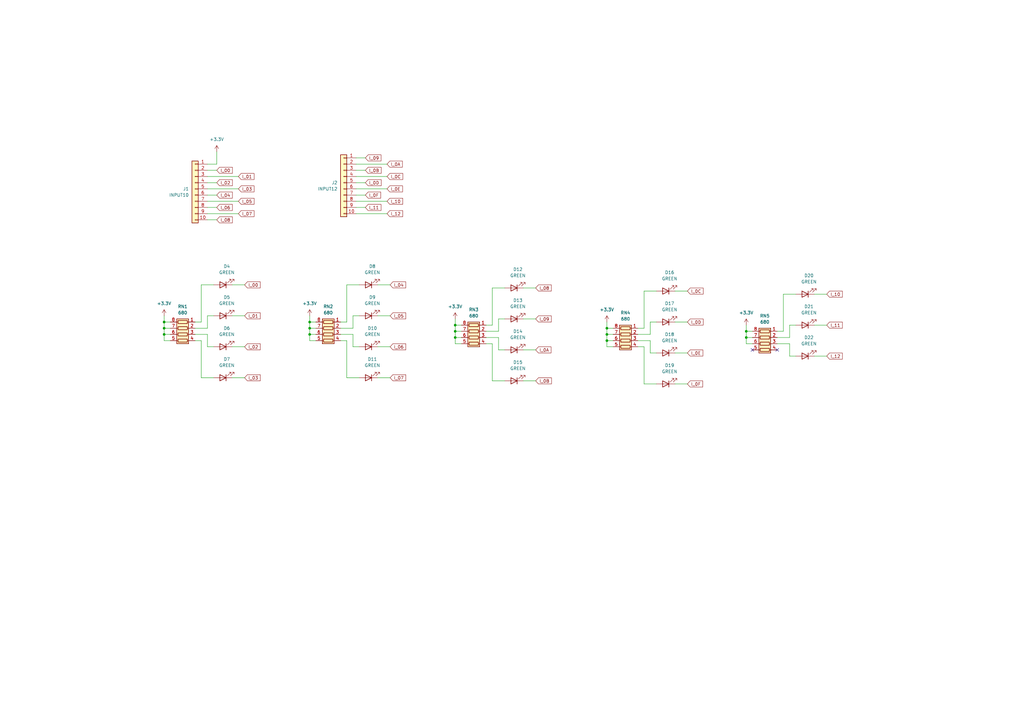
<source format=kicad_sch>
(kicad_sch
	(version 20231120)
	(generator "eeschema")
	(generator_version "8.0")
	(uuid "55499521-b8fc-4fa1-955c-bcb3d2bd61a9")
	(paper "A3")
	(lib_symbols
		(symbol "+3.3V_1"
			(power)
			(pin_numbers hide)
			(pin_names
				(offset 0) hide)
			(exclude_from_sim no)
			(in_bom yes)
			(on_board yes)
			(property "Reference" "#PWR"
				(at 0 -3.81 0)
				(effects
					(font
						(size 1.27 1.27)
					)
					(hide yes)
				)
			)
			(property "Value" "+3.3V"
				(at 0 3.556 0)
				(effects
					(font
						(size 1.27 1.27)
					)
				)
			)
			(property "Footprint" ""
				(at 0 0 0)
				(effects
					(font
						(size 1.27 1.27)
					)
					(hide yes)
				)
			)
			(property "Datasheet" ""
				(at 0 0 0)
				(effects
					(font
						(size 1.27 1.27)
					)
					(hide yes)
				)
			)
			(property "Description" "Power symbol creates a global label with name \"+3.3V\""
				(at 0 0 0)
				(effects
					(font
						(size 1.27 1.27)
					)
					(hide yes)
				)
			)
			(property "ki_keywords" "global power"
				(at 0 0 0)
				(effects
					(font
						(size 1.27 1.27)
					)
					(hide yes)
				)
			)
			(symbol "+3.3V_1_0_1"
				(polyline
					(pts
						(xy -0.762 1.27) (xy 0 2.54)
					)
					(stroke
						(width 0)
						(type default)
					)
					(fill
						(type none)
					)
				)
				(polyline
					(pts
						(xy 0 0) (xy 0 2.54)
					)
					(stroke
						(width 0)
						(type default)
					)
					(fill
						(type none)
					)
				)
				(polyline
					(pts
						(xy 0 2.54) (xy 0.762 1.27)
					)
					(stroke
						(width 0)
						(type default)
					)
					(fill
						(type none)
					)
				)
			)
			(symbol "+3.3V_1_1_1"
				(pin power_in line
					(at 0 0 90)
					(length 0)
					(name "~"
						(effects
							(font
								(size 1.27 1.27)
							)
						)
					)
					(number "1"
						(effects
							(font
								(size 1.27 1.27)
							)
						)
					)
				)
			)
		)
		(symbol "Connector_Generic:Conn_01x10"
			(pin_names
				(offset 1.016) hide)
			(exclude_from_sim no)
			(in_bom yes)
			(on_board yes)
			(property "Reference" "J"
				(at 0 12.7 0)
				(effects
					(font
						(size 1.27 1.27)
					)
				)
			)
			(property "Value" "Conn_01x10"
				(at 0 -15.24 0)
				(effects
					(font
						(size 1.27 1.27)
					)
				)
			)
			(property "Footprint" ""
				(at 0 0 0)
				(effects
					(font
						(size 1.27 1.27)
					)
					(hide yes)
				)
			)
			(property "Datasheet" "~"
				(at 0 0 0)
				(effects
					(font
						(size 1.27 1.27)
					)
					(hide yes)
				)
			)
			(property "Description" "Generic connector, single row, 01x10, script generated (kicad-library-utils/schlib/autogen/connector/)"
				(at 0 0 0)
				(effects
					(font
						(size 1.27 1.27)
					)
					(hide yes)
				)
			)
			(property "ki_keywords" "connector"
				(at 0 0 0)
				(effects
					(font
						(size 1.27 1.27)
					)
					(hide yes)
				)
			)
			(property "ki_fp_filters" "Connector*:*_1x??_*"
				(at 0 0 0)
				(effects
					(font
						(size 1.27 1.27)
					)
					(hide yes)
				)
			)
			(symbol "Conn_01x10_1_1"
				(rectangle
					(start -1.27 -12.573)
					(end 0 -12.827)
					(stroke
						(width 0.1524)
						(type default)
					)
					(fill
						(type none)
					)
				)
				(rectangle
					(start -1.27 -10.033)
					(end 0 -10.287)
					(stroke
						(width 0.1524)
						(type default)
					)
					(fill
						(type none)
					)
				)
				(rectangle
					(start -1.27 -7.493)
					(end 0 -7.747)
					(stroke
						(width 0.1524)
						(type default)
					)
					(fill
						(type none)
					)
				)
				(rectangle
					(start -1.27 -4.953)
					(end 0 -5.207)
					(stroke
						(width 0.1524)
						(type default)
					)
					(fill
						(type none)
					)
				)
				(rectangle
					(start -1.27 -2.413)
					(end 0 -2.667)
					(stroke
						(width 0.1524)
						(type default)
					)
					(fill
						(type none)
					)
				)
				(rectangle
					(start -1.27 0.127)
					(end 0 -0.127)
					(stroke
						(width 0.1524)
						(type default)
					)
					(fill
						(type none)
					)
				)
				(rectangle
					(start -1.27 2.667)
					(end 0 2.413)
					(stroke
						(width 0.1524)
						(type default)
					)
					(fill
						(type none)
					)
				)
				(rectangle
					(start -1.27 5.207)
					(end 0 4.953)
					(stroke
						(width 0.1524)
						(type default)
					)
					(fill
						(type none)
					)
				)
				(rectangle
					(start -1.27 7.747)
					(end 0 7.493)
					(stroke
						(width 0.1524)
						(type default)
					)
					(fill
						(type none)
					)
				)
				(rectangle
					(start -1.27 10.287)
					(end 0 10.033)
					(stroke
						(width 0.1524)
						(type default)
					)
					(fill
						(type none)
					)
				)
				(rectangle
					(start -1.27 11.43)
					(end 1.27 -13.97)
					(stroke
						(width 0.254)
						(type default)
					)
					(fill
						(type background)
					)
				)
				(pin passive line
					(at -5.08 10.16 0)
					(length 3.81)
					(name "Pin_1"
						(effects
							(font
								(size 1.27 1.27)
							)
						)
					)
					(number "1"
						(effects
							(font
								(size 1.27 1.27)
							)
						)
					)
				)
				(pin passive line
					(at -5.08 -12.7 0)
					(length 3.81)
					(name "Pin_10"
						(effects
							(font
								(size 1.27 1.27)
							)
						)
					)
					(number "10"
						(effects
							(font
								(size 1.27 1.27)
							)
						)
					)
				)
				(pin passive line
					(at -5.08 7.62 0)
					(length 3.81)
					(name "Pin_2"
						(effects
							(font
								(size 1.27 1.27)
							)
						)
					)
					(number "2"
						(effects
							(font
								(size 1.27 1.27)
							)
						)
					)
				)
				(pin passive line
					(at -5.08 5.08 0)
					(length 3.81)
					(name "Pin_3"
						(effects
							(font
								(size 1.27 1.27)
							)
						)
					)
					(number "3"
						(effects
							(font
								(size 1.27 1.27)
							)
						)
					)
				)
				(pin passive line
					(at -5.08 2.54 0)
					(length 3.81)
					(name "Pin_4"
						(effects
							(font
								(size 1.27 1.27)
							)
						)
					)
					(number "4"
						(effects
							(font
								(size 1.27 1.27)
							)
						)
					)
				)
				(pin passive line
					(at -5.08 0 0)
					(length 3.81)
					(name "Pin_5"
						(effects
							(font
								(size 1.27 1.27)
							)
						)
					)
					(number "5"
						(effects
							(font
								(size 1.27 1.27)
							)
						)
					)
				)
				(pin passive line
					(at -5.08 -2.54 0)
					(length 3.81)
					(name "Pin_6"
						(effects
							(font
								(size 1.27 1.27)
							)
						)
					)
					(number "6"
						(effects
							(font
								(size 1.27 1.27)
							)
						)
					)
				)
				(pin passive line
					(at -5.08 -5.08 0)
					(length 3.81)
					(name "Pin_7"
						(effects
							(font
								(size 1.27 1.27)
							)
						)
					)
					(number "7"
						(effects
							(font
								(size 1.27 1.27)
							)
						)
					)
				)
				(pin passive line
					(at -5.08 -7.62 0)
					(length 3.81)
					(name "Pin_8"
						(effects
							(font
								(size 1.27 1.27)
							)
						)
					)
					(number "8"
						(effects
							(font
								(size 1.27 1.27)
							)
						)
					)
				)
				(pin passive line
					(at -5.08 -10.16 0)
					(length 3.81)
					(name "Pin_9"
						(effects
							(font
								(size 1.27 1.27)
							)
						)
					)
					(number "9"
						(effects
							(font
								(size 1.27 1.27)
							)
						)
					)
				)
			)
		)
		(symbol "Device:LED"
			(pin_numbers hide)
			(pin_names
				(offset 1.016) hide)
			(exclude_from_sim no)
			(in_bom yes)
			(on_board yes)
			(property "Reference" "D"
				(at 0 2.54 0)
				(effects
					(font
						(size 1.27 1.27)
					)
				)
			)
			(property "Value" "LED"
				(at 0 -2.54 0)
				(effects
					(font
						(size 1.27 1.27)
					)
				)
			)
			(property "Footprint" ""
				(at 0 0 0)
				(effects
					(font
						(size 1.27 1.27)
					)
					(hide yes)
				)
			)
			(property "Datasheet" "~"
				(at 0 0 0)
				(effects
					(font
						(size 1.27 1.27)
					)
					(hide yes)
				)
			)
			(property "Description" "Light emitting diode"
				(at 0 0 0)
				(effects
					(font
						(size 1.27 1.27)
					)
					(hide yes)
				)
			)
			(property "ki_keywords" "LED diode"
				(at 0 0 0)
				(effects
					(font
						(size 1.27 1.27)
					)
					(hide yes)
				)
			)
			(property "ki_fp_filters" "LED* LED_SMD:* LED_THT:*"
				(at 0 0 0)
				(effects
					(font
						(size 1.27 1.27)
					)
					(hide yes)
				)
			)
			(symbol "LED_0_1"
				(polyline
					(pts
						(xy -1.27 -1.27) (xy -1.27 1.27)
					)
					(stroke
						(width 0.254)
						(type default)
					)
					(fill
						(type none)
					)
				)
				(polyline
					(pts
						(xy -1.27 0) (xy 1.27 0)
					)
					(stroke
						(width 0)
						(type default)
					)
					(fill
						(type none)
					)
				)
				(polyline
					(pts
						(xy 1.27 -1.27) (xy 1.27 1.27) (xy -1.27 0) (xy 1.27 -1.27)
					)
					(stroke
						(width 0.254)
						(type default)
					)
					(fill
						(type none)
					)
				)
				(polyline
					(pts
						(xy -3.048 -0.762) (xy -4.572 -2.286) (xy -3.81 -2.286) (xy -4.572 -2.286) (xy -4.572 -1.524)
					)
					(stroke
						(width 0)
						(type default)
					)
					(fill
						(type none)
					)
				)
				(polyline
					(pts
						(xy -1.778 -0.762) (xy -3.302 -2.286) (xy -2.54 -2.286) (xy -3.302 -2.286) (xy -3.302 -1.524)
					)
					(stroke
						(width 0)
						(type default)
					)
					(fill
						(type none)
					)
				)
			)
			(symbol "LED_1_1"
				(pin passive line
					(at -3.81 0 0)
					(length 2.54)
					(name "K"
						(effects
							(font
								(size 1.27 1.27)
							)
						)
					)
					(number "1"
						(effects
							(font
								(size 1.27 1.27)
							)
						)
					)
				)
				(pin passive line
					(at 3.81 0 180)
					(length 2.54)
					(name "A"
						(effects
							(font
								(size 1.27 1.27)
							)
						)
					)
					(number "2"
						(effects
							(font
								(size 1.27 1.27)
							)
						)
					)
				)
			)
		)
		(symbol "Device:R_Pack04"
			(pin_names
				(offset 0) hide)
			(exclude_from_sim no)
			(in_bom yes)
			(on_board yes)
			(property "Reference" "RN"
				(at -7.62 0 90)
				(effects
					(font
						(size 1.27 1.27)
					)
				)
			)
			(property "Value" "R_Pack04"
				(at 5.08 0 90)
				(effects
					(font
						(size 1.27 1.27)
					)
				)
			)
			(property "Footprint" ""
				(at 6.985 0 90)
				(effects
					(font
						(size 1.27 1.27)
					)
					(hide yes)
				)
			)
			(property "Datasheet" "~"
				(at 0 0 0)
				(effects
					(font
						(size 1.27 1.27)
					)
					(hide yes)
				)
			)
			(property "Description" "4 resistor network, parallel topology"
				(at 0 0 0)
				(effects
					(font
						(size 1.27 1.27)
					)
					(hide yes)
				)
			)
			(property "ki_keywords" "R network parallel topology isolated"
				(at 0 0 0)
				(effects
					(font
						(size 1.27 1.27)
					)
					(hide yes)
				)
			)
			(property "ki_fp_filters" "DIP* SOIC* R*Array*Concave* R*Array*Convex*"
				(at 0 0 0)
				(effects
					(font
						(size 1.27 1.27)
					)
					(hide yes)
				)
			)
			(symbol "R_Pack04_0_1"
				(rectangle
					(start -6.35 -2.413)
					(end 3.81 2.413)
					(stroke
						(width 0.254)
						(type default)
					)
					(fill
						(type background)
					)
				)
				(rectangle
					(start -5.715 1.905)
					(end -4.445 -1.905)
					(stroke
						(width 0.254)
						(type default)
					)
					(fill
						(type none)
					)
				)
				(rectangle
					(start -3.175 1.905)
					(end -1.905 -1.905)
					(stroke
						(width 0.254)
						(type default)
					)
					(fill
						(type none)
					)
				)
				(rectangle
					(start -0.635 1.905)
					(end 0.635 -1.905)
					(stroke
						(width 0.254)
						(type default)
					)
					(fill
						(type none)
					)
				)
				(polyline
					(pts
						(xy -5.08 -2.54) (xy -5.08 -1.905)
					)
					(stroke
						(width 0)
						(type default)
					)
					(fill
						(type none)
					)
				)
				(polyline
					(pts
						(xy -5.08 1.905) (xy -5.08 2.54)
					)
					(stroke
						(width 0)
						(type default)
					)
					(fill
						(type none)
					)
				)
				(polyline
					(pts
						(xy -2.54 -2.54) (xy -2.54 -1.905)
					)
					(stroke
						(width 0)
						(type default)
					)
					(fill
						(type none)
					)
				)
				(polyline
					(pts
						(xy -2.54 1.905) (xy -2.54 2.54)
					)
					(stroke
						(width 0)
						(type default)
					)
					(fill
						(type none)
					)
				)
				(polyline
					(pts
						(xy 0 -2.54) (xy 0 -1.905)
					)
					(stroke
						(width 0)
						(type default)
					)
					(fill
						(type none)
					)
				)
				(polyline
					(pts
						(xy 0 1.905) (xy 0 2.54)
					)
					(stroke
						(width 0)
						(type default)
					)
					(fill
						(type none)
					)
				)
				(polyline
					(pts
						(xy 2.54 -2.54) (xy 2.54 -1.905)
					)
					(stroke
						(width 0)
						(type default)
					)
					(fill
						(type none)
					)
				)
				(polyline
					(pts
						(xy 2.54 1.905) (xy 2.54 2.54)
					)
					(stroke
						(width 0)
						(type default)
					)
					(fill
						(type none)
					)
				)
				(rectangle
					(start 1.905 1.905)
					(end 3.175 -1.905)
					(stroke
						(width 0.254)
						(type default)
					)
					(fill
						(type none)
					)
				)
			)
			(symbol "R_Pack04_1_1"
				(pin passive line
					(at -5.08 -5.08 90)
					(length 2.54)
					(name "R1.1"
						(effects
							(font
								(size 1.27 1.27)
							)
						)
					)
					(number "1"
						(effects
							(font
								(size 1.27 1.27)
							)
						)
					)
				)
				(pin passive line
					(at -2.54 -5.08 90)
					(length 2.54)
					(name "R2.1"
						(effects
							(font
								(size 1.27 1.27)
							)
						)
					)
					(number "2"
						(effects
							(font
								(size 1.27 1.27)
							)
						)
					)
				)
				(pin passive line
					(at 0 -5.08 90)
					(length 2.54)
					(name "R3.1"
						(effects
							(font
								(size 1.27 1.27)
							)
						)
					)
					(number "3"
						(effects
							(font
								(size 1.27 1.27)
							)
						)
					)
				)
				(pin passive line
					(at 2.54 -5.08 90)
					(length 2.54)
					(name "R4.1"
						(effects
							(font
								(size 1.27 1.27)
							)
						)
					)
					(number "4"
						(effects
							(font
								(size 1.27 1.27)
							)
						)
					)
				)
				(pin passive line
					(at 2.54 5.08 270)
					(length 2.54)
					(name "R4.2"
						(effects
							(font
								(size 1.27 1.27)
							)
						)
					)
					(number "5"
						(effects
							(font
								(size 1.27 1.27)
							)
						)
					)
				)
				(pin passive line
					(at 0 5.08 270)
					(length 2.54)
					(name "R3.2"
						(effects
							(font
								(size 1.27 1.27)
							)
						)
					)
					(number "6"
						(effects
							(font
								(size 1.27 1.27)
							)
						)
					)
				)
				(pin passive line
					(at -2.54 5.08 270)
					(length 2.54)
					(name "R2.2"
						(effects
							(font
								(size 1.27 1.27)
							)
						)
					)
					(number "7"
						(effects
							(font
								(size 1.27 1.27)
							)
						)
					)
				)
				(pin passive line
					(at -5.08 5.08 270)
					(length 2.54)
					(name "R1.2"
						(effects
							(font
								(size 1.27 1.27)
							)
						)
					)
					(number "8"
						(effects
							(font
								(size 1.27 1.27)
							)
						)
					)
				)
			)
		)
		(symbol "R_Pack04_1"
			(pin_names
				(offset 0) hide)
			(exclude_from_sim no)
			(in_bom yes)
			(on_board yes)
			(property "Reference" "RN"
				(at -7.62 0 90)
				(effects
					(font
						(size 1.27 1.27)
					)
				)
			)
			(property "Value" "R_Pack04"
				(at 5.08 0 90)
				(effects
					(font
						(size 1.27 1.27)
					)
				)
			)
			(property "Footprint" ""
				(at 6.985 0 90)
				(effects
					(font
						(size 1.27 1.27)
					)
					(hide yes)
				)
			)
			(property "Datasheet" "~"
				(at 0 0 0)
				(effects
					(font
						(size 1.27 1.27)
					)
					(hide yes)
				)
			)
			(property "Description" "4 resistor network, parallel topology"
				(at 0 0 0)
				(effects
					(font
						(size 1.27 1.27)
					)
					(hide yes)
				)
			)
			(property "ki_keywords" "R network parallel topology isolated"
				(at 0 0 0)
				(effects
					(font
						(size 1.27 1.27)
					)
					(hide yes)
				)
			)
			(property "ki_fp_filters" "DIP* SOIC* R*Array*Concave* R*Array*Convex* MSOP*"
				(at 0 0 0)
				(effects
					(font
						(size 1.27 1.27)
					)
					(hide yes)
				)
			)
			(symbol "R_Pack04_1_0_1"
				(rectangle
					(start -6.35 -2.413)
					(end 3.81 2.413)
					(stroke
						(width 0.254)
						(type default)
					)
					(fill
						(type background)
					)
				)
				(rectangle
					(start -5.715 1.905)
					(end -4.445 -1.905)
					(stroke
						(width 0.254)
						(type default)
					)
					(fill
						(type none)
					)
				)
				(rectangle
					(start -3.175 1.905)
					(end -1.905 -1.905)
					(stroke
						(width 0.254)
						(type default)
					)
					(fill
						(type none)
					)
				)
				(rectangle
					(start -0.635 1.905)
					(end 0.635 -1.905)
					(stroke
						(width 0.254)
						(type default)
					)
					(fill
						(type none)
					)
				)
				(polyline
					(pts
						(xy -5.08 -2.54) (xy -5.08 -1.905)
					)
					(stroke
						(width 0)
						(type default)
					)
					(fill
						(type none)
					)
				)
				(polyline
					(pts
						(xy -5.08 1.905) (xy -5.08 2.54)
					)
					(stroke
						(width 0)
						(type default)
					)
					(fill
						(type none)
					)
				)
				(polyline
					(pts
						(xy -2.54 -2.54) (xy -2.54 -1.905)
					)
					(stroke
						(width 0)
						(type default)
					)
					(fill
						(type none)
					)
				)
				(polyline
					(pts
						(xy -2.54 1.905) (xy -2.54 2.54)
					)
					(stroke
						(width 0)
						(type default)
					)
					(fill
						(type none)
					)
				)
				(polyline
					(pts
						(xy 0 -2.54) (xy 0 -1.905)
					)
					(stroke
						(width 0)
						(type default)
					)
					(fill
						(type none)
					)
				)
				(polyline
					(pts
						(xy 0 1.905) (xy 0 2.54)
					)
					(stroke
						(width 0)
						(type default)
					)
					(fill
						(type none)
					)
				)
				(polyline
					(pts
						(xy 2.54 -2.54) (xy 2.54 -1.905)
					)
					(stroke
						(width 0)
						(type default)
					)
					(fill
						(type none)
					)
				)
				(polyline
					(pts
						(xy 2.54 1.905) (xy 2.54 2.54)
					)
					(stroke
						(width 0)
						(type default)
					)
					(fill
						(type none)
					)
				)
				(rectangle
					(start 1.905 1.905)
					(end 3.175 -1.905)
					(stroke
						(width 0.254)
						(type default)
					)
					(fill
						(type none)
					)
				)
			)
			(symbol "R_Pack04_1_1_1"
				(pin passive line
					(at -5.08 -5.08 90)
					(length 2.54)
					(name "R1.1"
						(effects
							(font
								(size 1.27 1.27)
							)
						)
					)
					(number "1"
						(effects
							(font
								(size 1.27 1.27)
							)
						)
					)
				)
				(pin passive line
					(at -2.54 -5.08 90)
					(length 2.54)
					(name "R2.1"
						(effects
							(font
								(size 1.27 1.27)
							)
						)
					)
					(number "2"
						(effects
							(font
								(size 1.27 1.27)
							)
						)
					)
				)
				(pin passive line
					(at 0 -5.08 90)
					(length 2.54)
					(name "R3.1"
						(effects
							(font
								(size 1.27 1.27)
							)
						)
					)
					(number "3"
						(effects
							(font
								(size 1.27 1.27)
							)
						)
					)
				)
				(pin passive line
					(at 2.54 -5.08 90)
					(length 2.54)
					(name "R4.1"
						(effects
							(font
								(size 1.27 1.27)
							)
						)
					)
					(number "4"
						(effects
							(font
								(size 1.27 1.27)
							)
						)
					)
				)
				(pin passive line
					(at 2.54 5.08 270)
					(length 2.54)
					(name "R4.2"
						(effects
							(font
								(size 1.27 1.27)
							)
						)
					)
					(number "5"
						(effects
							(font
								(size 1.27 1.27)
							)
						)
					)
				)
				(pin passive line
					(at 0 5.08 270)
					(length 2.54)
					(name "R3.2"
						(effects
							(font
								(size 1.27 1.27)
							)
						)
					)
					(number "6"
						(effects
							(font
								(size 1.27 1.27)
							)
						)
					)
				)
				(pin passive line
					(at -2.54 5.08 270)
					(length 2.54)
					(name "R2.2"
						(effects
							(font
								(size 1.27 1.27)
							)
						)
					)
					(number "7"
						(effects
							(font
								(size 1.27 1.27)
							)
						)
					)
				)
				(pin passive line
					(at -5.08 5.08 270)
					(length 2.54)
					(name "R1.2"
						(effects
							(font
								(size 1.27 1.27)
							)
						)
					)
					(number "8"
						(effects
							(font
								(size 1.27 1.27)
							)
						)
					)
				)
			)
		)
		(symbol "power:+3.3V"
			(power)
			(pin_names
				(offset 0)
			)
			(exclude_from_sim no)
			(in_bom yes)
			(on_board yes)
			(property "Reference" "#PWR"
				(at 0 -3.81 0)
				(effects
					(font
						(size 1.27 1.27)
					)
					(hide yes)
				)
			)
			(property "Value" "+3.3V"
				(at 0 3.556 0)
				(effects
					(font
						(size 1.27 1.27)
					)
				)
			)
			(property "Footprint" ""
				(at 0 0 0)
				(effects
					(font
						(size 1.27 1.27)
					)
					(hide yes)
				)
			)
			(property "Datasheet" ""
				(at 0 0 0)
				(effects
					(font
						(size 1.27 1.27)
					)
					(hide yes)
				)
			)
			(property "Description" "Power symbol creates a global label with name \"+3.3V\""
				(at 0 0 0)
				(effects
					(font
						(size 1.27 1.27)
					)
					(hide yes)
				)
			)
			(property "ki_keywords" "power-flag"
				(at 0 0 0)
				(effects
					(font
						(size 1.27 1.27)
					)
					(hide yes)
				)
			)
			(symbol "+3.3V_0_1"
				(polyline
					(pts
						(xy -0.762 1.27) (xy 0 2.54)
					)
					(stroke
						(width 0)
						(type default)
					)
					(fill
						(type none)
					)
				)
				(polyline
					(pts
						(xy 0 0) (xy 0 2.54)
					)
					(stroke
						(width 0)
						(type default)
					)
					(fill
						(type none)
					)
				)
				(polyline
					(pts
						(xy 0 2.54) (xy 0.762 1.27)
					)
					(stroke
						(width 0)
						(type default)
					)
					(fill
						(type none)
					)
				)
			)
			(symbol "+3.3V_1_1"
				(pin power_in line
					(at 0 0 90)
					(length 0) hide
					(name "+3V3"
						(effects
							(font
								(size 1.27 1.27)
							)
						)
					)
					(number "1"
						(effects
							(font
								(size 1.27 1.27)
							)
						)
					)
				)
			)
		)
	)
	(junction
		(at 306.07 138.43)
		(diameter 0)
		(color 0 0 0 0)
		(uuid "1a16156e-e7bd-4ba2-86f8-2a7cbbb02856")
	)
	(junction
		(at 186.69 133.35)
		(diameter 0)
		(color 0 0 0 0)
		(uuid "20e827b7-8ad6-4a63-9563-0364a42e9852")
	)
	(junction
		(at 127 137.16)
		(diameter 0)
		(color 0 0 0 0)
		(uuid "25ff326c-bc7c-48a6-9648-f09bba2b13dd")
	)
	(junction
		(at 67.31 134.62)
		(diameter 0)
		(color 0 0 0 0)
		(uuid "2a7d6e7d-8988-4796-b51f-f8cd7d0c1b7d")
	)
	(junction
		(at 248.92 134.62)
		(diameter 0)
		(color 0 0 0 0)
		(uuid "3f8be4ed-ebdc-4331-b189-8bdfe38dba1d")
	)
	(junction
		(at 248.92 139.7)
		(diameter 0)
		(color 0 0 0 0)
		(uuid "4dbe23d9-4210-40a0-bf72-dd4702b06c60")
	)
	(junction
		(at 67.31 132.08)
		(diameter 0)
		(color 0 0 0 0)
		(uuid "744e6310-c09e-4e52-8342-ff8f07177d02")
	)
	(junction
		(at 248.92 137.16)
		(diameter 0)
		(color 0 0 0 0)
		(uuid "77df0928-e708-4aae-b53b-f8d0f4f4162b")
	)
	(junction
		(at 186.69 138.43)
		(diameter 0)
		(color 0 0 0 0)
		(uuid "8c6c6fdc-97d6-4bda-abbb-06f336137290")
	)
	(junction
		(at 127 134.62)
		(diameter 0)
		(color 0 0 0 0)
		(uuid "90924be7-3d6d-42e8-a5da-dcfac750840f")
	)
	(junction
		(at 306.07 135.89)
		(diameter 0)
		(color 0 0 0 0)
		(uuid "b88818ee-d4e8-48fe-9bae-21a0bf59cc9d")
	)
	(junction
		(at 127 132.08)
		(diameter 0)
		(color 0 0 0 0)
		(uuid "bb8af4c4-d064-4fe5-8979-13c6c3b95e48")
	)
	(junction
		(at 186.69 135.89)
		(diameter 0)
		(color 0 0 0 0)
		(uuid "c18e572e-25db-4942-aff1-04d68750884d")
	)
	(junction
		(at 67.31 137.16)
		(diameter 0)
		(color 0 0 0 0)
		(uuid "f4aa4e0d-66f6-495e-acb4-2f4e67471d7e")
	)
	(no_connect
		(at 308.61 143.51)
		(uuid "7f57c8ba-70e5-45be-9075-0d85825c77cd")
	)
	(no_connect
		(at 318.77 143.51)
		(uuid "c497cda8-da8d-41ab-bc24-66a05990d623")
	)
	(wire
		(pts
			(xy 266.7 132.08) (xy 269.24 132.08)
		)
		(stroke
			(width 0)
			(type default)
		)
		(uuid "0026c7c1-35e7-469e-8deb-86bf7827087b")
	)
	(wire
		(pts
			(xy 82.55 116.84) (xy 87.63 116.84)
		)
		(stroke
			(width 0)
			(type default)
		)
		(uuid "058173e8-755b-4bec-8fb7-475ec7197622")
	)
	(wire
		(pts
			(xy 154.94 129.54) (xy 160.02 129.54)
		)
		(stroke
			(width 0)
			(type default)
		)
		(uuid "0836c371-b9ee-41b2-92b5-4d6824b248b5")
	)
	(wire
		(pts
			(xy 67.31 134.62) (xy 69.85 134.62)
		)
		(stroke
			(width 0)
			(type default)
		)
		(uuid "092cb7b2-c92f-4fe3-9068-e5fe3d51809a")
	)
	(wire
		(pts
			(xy 201.93 133.35) (xy 201.93 118.11)
		)
		(stroke
			(width 0)
			(type default)
		)
		(uuid "09cc70da-ade1-46ea-8d71-57ab626856a3")
	)
	(wire
		(pts
			(xy 85.09 134.62) (xy 85.09 129.54)
		)
		(stroke
			(width 0)
			(type default)
		)
		(uuid "0e236835-9379-4756-b0f8-1b1631ec2b57")
	)
	(wire
		(pts
			(xy 266.7 137.16) (xy 266.7 132.08)
		)
		(stroke
			(width 0)
			(type default)
		)
		(uuid "0ecd4cc1-43b3-4d19-8613-4d9f28c3e1ae")
	)
	(wire
		(pts
			(xy 146.05 69.85) (xy 149.86 69.85)
		)
		(stroke
			(width 0)
			(type default)
		)
		(uuid "0f950823-2aea-47bd-9cb9-c2f492ff15c9")
	)
	(wire
		(pts
			(xy 276.86 157.48) (xy 281.94 157.48)
		)
		(stroke
			(width 0)
			(type default)
		)
		(uuid "115d33b1-32c3-48aa-845c-d6b47ac6509e")
	)
	(wire
		(pts
			(xy 186.69 130.81) (xy 186.69 133.35)
		)
		(stroke
			(width 0)
			(type default)
		)
		(uuid "15fda6f7-04a4-4752-aca2-6e0150167d3a")
	)
	(wire
		(pts
			(xy 306.07 138.43) (xy 308.61 138.43)
		)
		(stroke
			(width 0)
			(type default)
		)
		(uuid "175770df-10e3-441f-8884-296f1162ad17")
	)
	(wire
		(pts
			(xy 321.31 120.65) (xy 326.39 120.65)
		)
		(stroke
			(width 0)
			(type default)
		)
		(uuid "18d4cd0b-86a2-46ee-b592-4ce62cf9985f")
	)
	(wire
		(pts
			(xy 306.07 135.89) (xy 306.07 138.43)
		)
		(stroke
			(width 0)
			(type default)
		)
		(uuid "19a972eb-4312-4b0f-807b-307a80d20d93")
	)
	(wire
		(pts
			(xy 261.62 142.24) (xy 264.16 142.24)
		)
		(stroke
			(width 0)
			(type default)
		)
		(uuid "1b2999d6-7e4c-47af-bdfe-81f9bb8ade47")
	)
	(wire
		(pts
			(xy 82.55 154.94) (xy 87.63 154.94)
		)
		(stroke
			(width 0)
			(type default)
		)
		(uuid "1c5b4b88-9767-4d62-b494-2058cd427fad")
	)
	(wire
		(pts
			(xy 85.09 90.17) (xy 88.9 90.17)
		)
		(stroke
			(width 0)
			(type default)
		)
		(uuid "1d88c58f-8be9-4408-a6cf-9d0962fd7695")
	)
	(wire
		(pts
			(xy 323.85 133.35) (xy 326.39 133.35)
		)
		(stroke
			(width 0)
			(type default)
		)
		(uuid "1dbe0e7b-4081-42c9-a6af-0ecd862f5bf2")
	)
	(wire
		(pts
			(xy 276.86 132.08) (xy 281.94 132.08)
		)
		(stroke
			(width 0)
			(type default)
		)
		(uuid "1fca30b5-5c19-455c-8943-92d2a0a3f752")
	)
	(wire
		(pts
			(xy 82.55 132.08) (xy 82.55 116.84)
		)
		(stroke
			(width 0)
			(type default)
		)
		(uuid "20e40b46-fe66-470a-afa3-c4cf4fad989b")
	)
	(wire
		(pts
			(xy 214.63 118.11) (xy 219.71 118.11)
		)
		(stroke
			(width 0)
			(type default)
		)
		(uuid "22448fcf-8006-41c1-81cd-6867fece5c6d")
	)
	(wire
		(pts
			(xy 85.09 72.39) (xy 97.79 72.39)
		)
		(stroke
			(width 0)
			(type default)
		)
		(uuid "23ac5b7f-8fd3-4639-ac71-ec2fba7e1f74")
	)
	(wire
		(pts
			(xy 186.69 133.35) (xy 186.69 135.89)
		)
		(stroke
			(width 0)
			(type default)
		)
		(uuid "25a0898d-917a-4011-b6da-23db9e52ffdb")
	)
	(wire
		(pts
			(xy 154.94 142.24) (xy 160.02 142.24)
		)
		(stroke
			(width 0)
			(type default)
		)
		(uuid "2631054c-9d34-46ff-b0c3-3ecac5ae1c39")
	)
	(wire
		(pts
			(xy 142.24 132.08) (xy 142.24 116.84)
		)
		(stroke
			(width 0)
			(type default)
		)
		(uuid "269e0abb-9b1b-460a-a1f2-e561f3c43159")
	)
	(wire
		(pts
			(xy 80.01 134.62) (xy 85.09 134.62)
		)
		(stroke
			(width 0)
			(type default)
		)
		(uuid "287747c5-78b7-4c82-8e3e-40bc76f645ba")
	)
	(wire
		(pts
			(xy 201.93 140.97) (xy 201.93 156.21)
		)
		(stroke
			(width 0)
			(type default)
		)
		(uuid "2b33a756-3d3b-40c4-a01c-0ff47b9fcfd3")
	)
	(wire
		(pts
			(xy 204.47 130.81) (xy 207.01 130.81)
		)
		(stroke
			(width 0)
			(type default)
		)
		(uuid "2ca2695c-e18b-4db6-acbc-45fecf608892")
	)
	(wire
		(pts
			(xy 85.09 80.01) (xy 88.9 80.01)
		)
		(stroke
			(width 0)
			(type default)
		)
		(uuid "2d47a303-0896-46df-8a4a-321eea60d5ed")
	)
	(wire
		(pts
			(xy 264.16 157.48) (xy 269.24 157.48)
		)
		(stroke
			(width 0)
			(type default)
		)
		(uuid "3059f022-34da-41db-a067-84c1d0d02d7b")
	)
	(wire
		(pts
			(xy 146.05 77.47) (xy 158.75 77.47)
		)
		(stroke
			(width 0)
			(type default)
		)
		(uuid "306eb567-5727-44b5-9ef6-785369a64483")
	)
	(wire
		(pts
			(xy 69.85 132.08) (xy 67.31 132.08)
		)
		(stroke
			(width 0)
			(type default)
		)
		(uuid "350b5b93-b30d-44fc-aab0-a4550977ea6f")
	)
	(wire
		(pts
			(xy 207.01 143.51) (xy 204.47 143.51)
		)
		(stroke
			(width 0)
			(type default)
		)
		(uuid "35c5cb99-9132-4231-af13-8c65c3b66af8")
	)
	(wire
		(pts
			(xy 80.01 132.08) (xy 82.55 132.08)
		)
		(stroke
			(width 0)
			(type default)
		)
		(uuid "36810923-abaf-40f2-92c8-3224aedd3e9f")
	)
	(wire
		(pts
			(xy 146.05 64.77) (xy 149.86 64.77)
		)
		(stroke
			(width 0)
			(type default)
		)
		(uuid "374e5130-5692-459c-b666-84e183a3d3b0")
	)
	(wire
		(pts
			(xy 306.07 140.97) (xy 306.07 138.43)
		)
		(stroke
			(width 0)
			(type default)
		)
		(uuid "394fae11-649b-43b5-9855-eb0b135fe426")
	)
	(wire
		(pts
			(xy 266.7 139.7) (xy 261.62 139.7)
		)
		(stroke
			(width 0)
			(type default)
		)
		(uuid "3959d257-d464-4159-96ce-28dacfcc39e7")
	)
	(wire
		(pts
			(xy 67.31 137.16) (xy 67.31 139.7)
		)
		(stroke
			(width 0)
			(type default)
		)
		(uuid "39b3baea-e76c-40c6-9ecd-abe6d6312d8c")
	)
	(wire
		(pts
			(xy 323.85 140.97) (xy 318.77 140.97)
		)
		(stroke
			(width 0)
			(type default)
		)
		(uuid "3b3b1340-3276-42d1-b563-44e36f0c82ca")
	)
	(wire
		(pts
			(xy 85.09 82.55) (xy 97.79 82.55)
		)
		(stroke
			(width 0)
			(type default)
		)
		(uuid "3f6d3088-998e-445f-9ff2-68a1332ca27d")
	)
	(wire
		(pts
			(xy 127 139.7) (xy 129.54 139.7)
		)
		(stroke
			(width 0)
			(type default)
		)
		(uuid "474114ff-f641-490e-843f-0fb0d525adfb")
	)
	(wire
		(pts
			(xy 264.16 134.62) (xy 264.16 119.38)
		)
		(stroke
			(width 0)
			(type default)
		)
		(uuid "482219cc-88e2-42dc-bd29-83ac292abacc")
	)
	(wire
		(pts
			(xy 323.85 146.05) (xy 323.85 140.97)
		)
		(stroke
			(width 0)
			(type default)
		)
		(uuid "4d5574e0-f9c5-4290-8e75-e6b099916491")
	)
	(wire
		(pts
			(xy 248.92 134.62) (xy 248.92 137.16)
		)
		(stroke
			(width 0)
			(type default)
		)
		(uuid "4d911eef-c3f7-475d-b924-dc05cb4b45e1")
	)
	(wire
		(pts
			(xy 248.92 132.08) (xy 248.92 134.62)
		)
		(stroke
			(width 0)
			(type default)
		)
		(uuid "4e7e7a7d-5644-4f81-a736-5384cf4c4c13")
	)
	(wire
		(pts
			(xy 334.01 133.35) (xy 339.09 133.35)
		)
		(stroke
			(width 0)
			(type default)
		)
		(uuid "5314bc50-6584-4688-ab71-6b13cbc0e34d")
	)
	(wire
		(pts
			(xy 95.25 154.94) (xy 100.33 154.94)
		)
		(stroke
			(width 0)
			(type default)
		)
		(uuid "568109ba-adea-4e20-a646-872ca0551311")
	)
	(wire
		(pts
			(xy 154.94 116.84) (xy 160.02 116.84)
		)
		(stroke
			(width 0)
			(type default)
		)
		(uuid "5a01864f-6e39-4fc0-9c19-c4da59031ea3")
	)
	(wire
		(pts
			(xy 129.54 132.08) (xy 127 132.08)
		)
		(stroke
			(width 0)
			(type default)
		)
		(uuid "5b236193-6bfc-4ad7-9dfa-aeb63f28449f")
	)
	(wire
		(pts
			(xy 127 129.54) (xy 127 132.08)
		)
		(stroke
			(width 0)
			(type default)
		)
		(uuid "5bcfb675-098f-4688-9202-4e5fa35fbee2")
	)
	(wire
		(pts
			(xy 321.31 135.89) (xy 321.31 120.65)
		)
		(stroke
			(width 0)
			(type default)
		)
		(uuid "5e52a62e-1e25-4e34-8375-150b121ca009")
	)
	(wire
		(pts
			(xy 69.85 137.16) (xy 67.31 137.16)
		)
		(stroke
			(width 0)
			(type default)
		)
		(uuid "62ab4c06-5d47-4c72-9a99-c29daab705fc")
	)
	(wire
		(pts
			(xy 276.86 119.38) (xy 281.94 119.38)
		)
		(stroke
			(width 0)
			(type default)
		)
		(uuid "65c04ae2-05a7-46ff-a327-923d45e27001")
	)
	(wire
		(pts
			(xy 308.61 140.97) (xy 306.07 140.97)
		)
		(stroke
			(width 0)
			(type default)
		)
		(uuid "67690dbf-1971-478c-8779-3112ec2cd893")
	)
	(wire
		(pts
			(xy 318.77 138.43) (xy 323.85 138.43)
		)
		(stroke
			(width 0)
			(type default)
		)
		(uuid "67d2e766-178f-45f5-a720-9a3a2152e302")
	)
	(wire
		(pts
			(xy 146.05 85.09) (xy 149.86 85.09)
		)
		(stroke
			(width 0)
			(type default)
		)
		(uuid "6cd7b425-9e01-41ae-ab1a-aaeb43f71aee")
	)
	(wire
		(pts
			(xy 67.31 132.08) (xy 67.31 134.62)
		)
		(stroke
			(width 0)
			(type default)
		)
		(uuid "6d21cba7-e931-4ecb-bd5d-a3f7cbf5f901")
	)
	(wire
		(pts
			(xy 142.24 154.94) (xy 147.32 154.94)
		)
		(stroke
			(width 0)
			(type default)
		)
		(uuid "6d4e254d-35d3-484b-a8f5-e772c9654133")
	)
	(wire
		(pts
			(xy 146.05 82.55) (xy 158.75 82.55)
		)
		(stroke
			(width 0)
			(type default)
		)
		(uuid "6dce2ec3-b680-4341-9f0c-48220a45e8bd")
	)
	(wire
		(pts
			(xy 127 132.08) (xy 127 134.62)
		)
		(stroke
			(width 0)
			(type default)
		)
		(uuid "729b42f2-762c-462c-b12e-7fcfd4fc0f25")
	)
	(wire
		(pts
			(xy 318.77 135.89) (xy 321.31 135.89)
		)
		(stroke
			(width 0)
			(type default)
		)
		(uuid "730e11d0-44fb-42d1-ba45-7ef46145b082")
	)
	(wire
		(pts
			(xy 85.09 67.31) (xy 88.9 67.31)
		)
		(stroke
			(width 0)
			(type default)
		)
		(uuid "7368fea5-97a9-4b10-b9a3-616902c30ac3")
	)
	(wire
		(pts
			(xy 248.92 139.7) (xy 248.92 142.24)
		)
		(stroke
			(width 0)
			(type default)
		)
		(uuid "73f5a4da-472a-4369-9974-e3e86e85bea5")
	)
	(wire
		(pts
			(xy 248.92 142.24) (xy 251.46 142.24)
		)
		(stroke
			(width 0)
			(type default)
		)
		(uuid "749601ad-fd8b-4c5f-a7d5-bb1231530bd2")
	)
	(wire
		(pts
			(xy 186.69 140.97) (xy 189.23 140.97)
		)
		(stroke
			(width 0)
			(type default)
		)
		(uuid "753b3498-9238-4552-a811-81c28bbbf206")
	)
	(wire
		(pts
			(xy 67.31 137.16) (xy 67.31 134.62)
		)
		(stroke
			(width 0)
			(type default)
		)
		(uuid "77bf1349-3edd-42d9-9bca-160536a3e85a")
	)
	(wire
		(pts
			(xy 85.09 69.85) (xy 88.9 69.85)
		)
		(stroke
			(width 0)
			(type default)
		)
		(uuid "77edfca7-2002-4a0a-b7c0-e7803076e9ae")
	)
	(wire
		(pts
			(xy 85.09 137.16) (xy 80.01 137.16)
		)
		(stroke
			(width 0)
			(type default)
		)
		(uuid "796a17ad-9b02-4790-bc29-0c0c3e444416")
	)
	(wire
		(pts
			(xy 146.05 74.93) (xy 149.86 74.93)
		)
		(stroke
			(width 0)
			(type default)
		)
		(uuid "7a88bc67-6697-4f1f-ac13-2b1d56619855")
	)
	(wire
		(pts
			(xy 144.78 137.16) (xy 139.7 137.16)
		)
		(stroke
			(width 0)
			(type default)
		)
		(uuid "83136f55-93fd-4546-9008-e9b0ec18f1b7")
	)
	(wire
		(pts
			(xy 127 137.16) (xy 127 134.62)
		)
		(stroke
			(width 0)
			(type default)
		)
		(uuid "83b577ee-2314-4ebb-9f40-2acd4b0e6516")
	)
	(wire
		(pts
			(xy 67.31 129.54) (xy 67.31 132.08)
		)
		(stroke
			(width 0)
			(type default)
		)
		(uuid "84dd98c1-f1c4-4638-bd01-dce12157e734")
	)
	(wire
		(pts
			(xy 204.47 138.43) (xy 199.39 138.43)
		)
		(stroke
			(width 0)
			(type default)
		)
		(uuid "87a3057e-04fa-451f-9bcd-d7eba286b14d")
	)
	(wire
		(pts
			(xy 323.85 138.43) (xy 323.85 133.35)
		)
		(stroke
			(width 0)
			(type default)
		)
		(uuid "8a8cfbfe-9173-4262-9b5b-a8f69cdf75f3")
	)
	(wire
		(pts
			(xy 88.9 62.23) (xy 88.9 67.31)
		)
		(stroke
			(width 0)
			(type default)
		)
		(uuid "8d40c901-428f-4ad7-b1b5-c1547e40f636")
	)
	(wire
		(pts
			(xy 186.69 138.43) (xy 186.69 135.89)
		)
		(stroke
			(width 0)
			(type default)
		)
		(uuid "8e62b46d-6162-4f76-86d0-d15324751224")
	)
	(wire
		(pts
			(xy 85.09 77.47) (xy 97.79 77.47)
		)
		(stroke
			(width 0)
			(type default)
		)
		(uuid "902f1ebe-1ee2-48a5-8cd1-eec0b98ed677")
	)
	(wire
		(pts
			(xy 189.23 133.35) (xy 186.69 133.35)
		)
		(stroke
			(width 0)
			(type default)
		)
		(uuid "945b9a18-581c-4125-ab43-62d1da1b919f")
	)
	(wire
		(pts
			(xy 142.24 116.84) (xy 147.32 116.84)
		)
		(stroke
			(width 0)
			(type default)
		)
		(uuid "94b4ccbd-fc5b-4144-82e9-4a79f96e1774")
	)
	(wire
		(pts
			(xy 201.93 156.21) (xy 207.01 156.21)
		)
		(stroke
			(width 0)
			(type default)
		)
		(uuid "956a34f3-dd16-4f1a-8ab0-b7a91e7db246")
	)
	(wire
		(pts
			(xy 308.61 135.89) (xy 306.07 135.89)
		)
		(stroke
			(width 0)
			(type default)
		)
		(uuid "95f29c1d-2931-45de-9f67-ef1e8a59a3d0")
	)
	(wire
		(pts
			(xy 326.39 146.05) (xy 323.85 146.05)
		)
		(stroke
			(width 0)
			(type default)
		)
		(uuid "981706e8-80a5-4937-8af3-e4ffaacc940b")
	)
	(wire
		(pts
			(xy 127 137.16) (xy 127 139.7)
		)
		(stroke
			(width 0)
			(type default)
		)
		(uuid "98e9052d-ca42-44e1-b274-b532f415f380")
	)
	(wire
		(pts
			(xy 251.46 139.7) (xy 248.92 139.7)
		)
		(stroke
			(width 0)
			(type default)
		)
		(uuid "99a08063-0718-41b2-ab06-e3dfaaf325cc")
	)
	(wire
		(pts
			(xy 87.63 142.24) (xy 85.09 142.24)
		)
		(stroke
			(width 0)
			(type default)
		)
		(uuid "9f785193-80de-4490-938f-3e0a7794dfd3")
	)
	(wire
		(pts
			(xy 214.63 156.21) (xy 219.71 156.21)
		)
		(stroke
			(width 0)
			(type default)
		)
		(uuid "a0fb9dd5-e3ad-42c9-9a42-80552ab31e28")
	)
	(wire
		(pts
			(xy 199.39 140.97) (xy 201.93 140.97)
		)
		(stroke
			(width 0)
			(type default)
		)
		(uuid "a5b52d26-699a-40c7-b3e2-fddf6fc626be")
	)
	(wire
		(pts
			(xy 82.55 139.7) (xy 82.55 154.94)
		)
		(stroke
			(width 0)
			(type default)
		)
		(uuid "a5f626a4-01cd-4bb2-b6c7-ec003f0a35c9")
	)
	(wire
		(pts
			(xy 144.78 129.54) (xy 147.32 129.54)
		)
		(stroke
			(width 0)
			(type default)
		)
		(uuid "a91b9af9-bfe3-4b0a-b601-6ef9c58e60b6")
	)
	(wire
		(pts
			(xy 276.86 144.78) (xy 281.94 144.78)
		)
		(stroke
			(width 0)
			(type default)
		)
		(uuid "ae0ca16a-1613-46ce-9a6e-4f49648e4e9c")
	)
	(wire
		(pts
			(xy 248.92 139.7) (xy 248.92 137.16)
		)
		(stroke
			(width 0)
			(type default)
		)
		(uuid "b4edf91e-9e87-4652-851a-68c356f90651")
	)
	(wire
		(pts
			(xy 186.69 138.43) (xy 186.69 140.97)
		)
		(stroke
			(width 0)
			(type default)
		)
		(uuid "b6806f45-e9df-4148-835a-ba3741b6c371")
	)
	(wire
		(pts
			(xy 144.78 134.62) (xy 144.78 129.54)
		)
		(stroke
			(width 0)
			(type default)
		)
		(uuid "b952b14d-97f6-4aed-97b6-b08bccb1d23d")
	)
	(wire
		(pts
			(xy 214.63 143.51) (xy 219.71 143.51)
		)
		(stroke
			(width 0)
			(type default)
		)
		(uuid "bb2c03b1-31b1-4d9a-878a-f2444c17d059")
	)
	(wire
		(pts
			(xy 251.46 134.62) (xy 248.92 134.62)
		)
		(stroke
			(width 0)
			(type default)
		)
		(uuid "bfcfcc95-b54f-4397-956d-0ecf671e411d")
	)
	(wire
		(pts
			(xy 306.07 133.35) (xy 306.07 135.89)
		)
		(stroke
			(width 0)
			(type default)
		)
		(uuid "c16f5038-6cea-4f0a-87b7-1af38178119a")
	)
	(wire
		(pts
			(xy 95.25 142.24) (xy 100.33 142.24)
		)
		(stroke
			(width 0)
			(type default)
		)
		(uuid "c1d59f3a-abf1-425f-a67c-1906b570fb34")
	)
	(wire
		(pts
			(xy 204.47 135.89) (xy 204.47 130.81)
		)
		(stroke
			(width 0)
			(type default)
		)
		(uuid "c262633f-5f6b-40e9-a4c9-20fc6779f326")
	)
	(wire
		(pts
			(xy 139.7 134.62) (xy 144.78 134.62)
		)
		(stroke
			(width 0)
			(type default)
		)
		(uuid "c315aaad-bc06-44c9-a459-b01044610c30")
	)
	(wire
		(pts
			(xy 248.92 137.16) (xy 251.46 137.16)
		)
		(stroke
			(width 0)
			(type default)
		)
		(uuid "c9b468ae-c258-4ec8-b6c0-39baf3a49124")
	)
	(wire
		(pts
			(xy 334.01 120.65) (xy 339.09 120.65)
		)
		(stroke
			(width 0)
			(type default)
		)
		(uuid "cadb102a-f0ab-4300-ae75-77b886760bdf")
	)
	(wire
		(pts
			(xy 261.62 137.16) (xy 266.7 137.16)
		)
		(stroke
			(width 0)
			(type default)
		)
		(uuid "cce15af0-918f-4dfd-ab2f-94ec3a703c1f")
	)
	(wire
		(pts
			(xy 67.31 139.7) (xy 69.85 139.7)
		)
		(stroke
			(width 0)
			(type default)
		)
		(uuid "cd593120-6875-4da7-9d13-2f1525509b5b")
	)
	(wire
		(pts
			(xy 85.09 74.93) (xy 88.9 74.93)
		)
		(stroke
			(width 0)
			(type default)
		)
		(uuid "cde76b56-d6e2-4c3a-8d52-de058d9aab41")
	)
	(wire
		(pts
			(xy 264.16 119.38) (xy 269.24 119.38)
		)
		(stroke
			(width 0)
			(type default)
		)
		(uuid "cea39959-28d9-42f8-b386-1a3a6be87060")
	)
	(wire
		(pts
			(xy 127 134.62) (xy 129.54 134.62)
		)
		(stroke
			(width 0)
			(type default)
		)
		(uuid "d025e806-a345-4f36-9099-72f309b63b00")
	)
	(wire
		(pts
			(xy 80.01 139.7) (xy 82.55 139.7)
		)
		(stroke
			(width 0)
			(type default)
		)
		(uuid "d1b04383-18b9-4927-8213-8788094dc93d")
	)
	(wire
		(pts
			(xy 201.93 118.11) (xy 207.01 118.11)
		)
		(stroke
			(width 0)
			(type default)
		)
		(uuid "d31d0fa7-f2ca-4d4f-97f8-37bc7a551a12")
	)
	(wire
		(pts
			(xy 129.54 137.16) (xy 127 137.16)
		)
		(stroke
			(width 0)
			(type default)
		)
		(uuid "d589efc2-3b68-435f-a7cc-1e4864a0ff4f")
	)
	(wire
		(pts
			(xy 146.05 80.01) (xy 149.86 80.01)
		)
		(stroke
			(width 0)
			(type default)
		)
		(uuid "d6dc728f-6264-4825-a7d0-5b7e9a7308d6")
	)
	(wire
		(pts
			(xy 269.24 144.78) (xy 266.7 144.78)
		)
		(stroke
			(width 0)
			(type default)
		)
		(uuid "d85724b2-2769-4e81-989d-c18a45f262ee")
	)
	(wire
		(pts
			(xy 85.09 142.24) (xy 85.09 137.16)
		)
		(stroke
			(width 0)
			(type default)
		)
		(uuid "d92bdf44-2cda-4500-8c2d-59c226128a17")
	)
	(wire
		(pts
			(xy 264.16 142.24) (xy 264.16 157.48)
		)
		(stroke
			(width 0)
			(type default)
		)
		(uuid "da3f137c-c847-45b5-8180-8584a5fcf61c")
	)
	(wire
		(pts
			(xy 199.39 135.89) (xy 204.47 135.89)
		)
		(stroke
			(width 0)
			(type default)
		)
		(uuid "dac2b1a6-3e2e-4ff6-95b0-07701a2942bd")
	)
	(wire
		(pts
			(xy 261.62 134.62) (xy 264.16 134.62)
		)
		(stroke
			(width 0)
			(type default)
		)
		(uuid "e44c71fc-a91f-42d1-809a-ff4699488595")
	)
	(wire
		(pts
			(xy 85.09 129.54) (xy 87.63 129.54)
		)
		(stroke
			(width 0)
			(type default)
		)
		(uuid "e6484ba7-deb9-4858-a88e-f3678a3e96cd")
	)
	(wire
		(pts
			(xy 204.47 143.51) (xy 204.47 138.43)
		)
		(stroke
			(width 0)
			(type default)
		)
		(uuid "e9079c38-5522-494d-be4e-55660733f99a")
	)
	(wire
		(pts
			(xy 146.05 67.31) (xy 158.75 67.31)
		)
		(stroke
			(width 0)
			(type default)
		)
		(uuid "eb444882-bc00-4810-a457-d664c2bb0969")
	)
	(wire
		(pts
			(xy 199.39 133.35) (xy 201.93 133.35)
		)
		(stroke
			(width 0)
			(type default)
		)
		(uuid "ece376fe-01c9-4406-b9f8-621d1def1d3d")
	)
	(wire
		(pts
			(xy 139.7 139.7) (xy 142.24 139.7)
		)
		(stroke
			(width 0)
			(type default)
		)
		(uuid "ee412b7a-68b3-48a7-924d-acedf4d94e94")
	)
	(wire
		(pts
			(xy 154.94 154.94) (xy 160.02 154.94)
		)
		(stroke
			(width 0)
			(type default)
		)
		(uuid "ef192d77-d2f1-4c1f-a7a7-dee1008df8f0")
	)
	(wire
		(pts
			(xy 266.7 144.78) (xy 266.7 139.7)
		)
		(stroke
			(width 0)
			(type default)
		)
		(uuid "ef194117-7e5e-4794-82eb-1268367b6d38")
	)
	(wire
		(pts
			(xy 146.05 72.39) (xy 158.75 72.39)
		)
		(stroke
			(width 0)
			(type default)
		)
		(uuid "f03ac493-3059-4bfa-acc6-d36d5eb460f6")
	)
	(wire
		(pts
			(xy 85.09 85.09) (xy 88.9 85.09)
		)
		(stroke
			(width 0)
			(type default)
		)
		(uuid "f065c789-e67d-4162-9445-f7507ef97c34")
	)
	(wire
		(pts
			(xy 334.01 146.05) (xy 339.09 146.05)
		)
		(stroke
			(width 0)
			(type default)
		)
		(uuid "f1158b37-a963-4471-9bfe-3b3d059c4d05")
	)
	(wire
		(pts
			(xy 189.23 138.43) (xy 186.69 138.43)
		)
		(stroke
			(width 0)
			(type default)
		)
		(uuid "f28f7ddc-e715-4337-a196-4ab7e8f09515")
	)
	(wire
		(pts
			(xy 85.09 87.63) (xy 97.79 87.63)
		)
		(stroke
			(width 0)
			(type default)
		)
		(uuid "f2dc4160-d29f-4ac4-b227-76f721535ed1")
	)
	(wire
		(pts
			(xy 139.7 132.08) (xy 142.24 132.08)
		)
		(stroke
			(width 0)
			(type default)
		)
		(uuid "f3b64cad-2ab3-41b8-a4df-d4d0a324c6a0")
	)
	(wire
		(pts
			(xy 95.25 129.54) (xy 100.33 129.54)
		)
		(stroke
			(width 0)
			(type default)
		)
		(uuid "f4bc5f9f-7722-4234-a50f-d34ada2b4e11")
	)
	(wire
		(pts
			(xy 142.24 139.7) (xy 142.24 154.94)
		)
		(stroke
			(width 0)
			(type default)
		)
		(uuid "f4ca4088-4c5b-4f0b-8c7e-1969e718302a")
	)
	(wire
		(pts
			(xy 146.05 87.63) (xy 158.75 87.63)
		)
		(stroke
			(width 0)
			(type default)
		)
		(uuid "f58eefc6-803e-4b4c-831a-d6d3948f4849")
	)
	(wire
		(pts
			(xy 214.63 130.81) (xy 219.71 130.81)
		)
		(stroke
			(width 0)
			(type default)
		)
		(uuid "f5d6af84-7f2d-4cd3-b50b-38529252ccff")
	)
	(wire
		(pts
			(xy 186.69 135.89) (xy 189.23 135.89)
		)
		(stroke
			(width 0)
			(type default)
		)
		(uuid "f61daf6f-569c-405f-a44c-6f9a740cefbe")
	)
	(wire
		(pts
			(xy 147.32 142.24) (xy 144.78 142.24)
		)
		(stroke
			(width 0)
			(type default)
		)
		(uuid "f7ab7d12-58e4-42a6-89cb-1ebe7949cb76")
	)
	(wire
		(pts
			(xy 144.78 142.24) (xy 144.78 137.16)
		)
		(stroke
			(width 0)
			(type default)
		)
		(uuid "fa6d663f-059a-45de-baff-fd7ba02d8896")
	)
	(wire
		(pts
			(xy 95.25 116.84) (xy 100.33 116.84)
		)
		(stroke
			(width 0)
			(type default)
		)
		(uuid "fd5b6d99-9dc5-4664-bcc8-71463f8af300")
	)
	(global_label "I_07"
		(shape input)
		(at 160.02 154.94 0)
		(fields_autoplaced yes)
		(effects
			(font
				(size 1.27 1.27)
			)
			(justify left)
		)
		(uuid "010b0072-3a2e-4c82-a6c8-a279dfbf1b5d")
		(property "Intersheetrefs" "${INTERSHEET_REFS}"
			(at 166.4245 154.8606 0)
			(effects
				(font
					(size 1.27 1.27)
				)
				(justify left)
				(hide yes)
			)
		)
	)
	(global_label "I_04"
		(shape input)
		(at 88.9 80.01 0)
		(fields_autoplaced yes)
		(effects
			(font
				(size 1.27 1.27)
			)
			(justify left)
		)
		(uuid "063c4ba0-e1ae-44c7-a31d-bbbc746ff725")
		(property "Intersheetrefs" "${INTERSHEET_REFS}"
			(at 97.1466 80.01 0)
			(effects
				(font
					(size 1.27 1.27)
				)
				(justify left)
				(hide yes)
			)
		)
	)
	(global_label "I_12"
		(shape input)
		(at 339.09 146.05 0)
		(fields_autoplaced yes)
		(effects
			(font
				(size 1.27 1.27)
			)
			(justify left)
		)
		(uuid "0d56eb11-41bf-407c-9030-f2b516c31a26")
		(property "Intersheetrefs" "${INTERSHEET_REFS}"
			(at 345.4945 145.9706 0)
			(effects
				(font
					(size 1.27 1.27)
				)
				(justify left)
				(hide yes)
			)
		)
	)
	(global_label "I_00"
		(shape input)
		(at 88.9 69.85 0)
		(fields_autoplaced yes)
		(effects
			(font
				(size 1.27 1.27)
			)
			(justify left)
		)
		(uuid "1c782485-e5b1-4880-ab25-daf6d93b0919")
		(property "Intersheetrefs" "${INTERSHEET_REFS}"
			(at 97.1466 69.85 0)
			(effects
				(font
					(size 1.27 1.27)
				)
				(justify left)
				(hide yes)
			)
		)
	)
	(global_label "I_03"
		(shape input)
		(at 100.33 154.94 0)
		(fields_autoplaced yes)
		(effects
			(font
				(size 1.27 1.27)
			)
			(justify left)
		)
		(uuid "24a264fb-915d-4b5b-91b5-cc1320cf8469")
		(property "Intersheetrefs" "${INTERSHEET_REFS}"
			(at 106.7345 154.8606 0)
			(effects
				(font
					(size 1.27 1.27)
				)
				(justify left)
				(hide yes)
			)
		)
	)
	(global_label "I_0A"
		(shape input)
		(at 158.75 67.31 0)
		(fields_autoplaced yes)
		(effects
			(font
				(size 1.27 1.27)
			)
			(justify left)
		)
		(uuid "30719469-9e77-43d3-8057-ef9e2b5e2467")
		(property "Intersheetrefs" "${INTERSHEET_REFS}"
			(at 166.8757 67.31 0)
			(effects
				(font
					(size 1.27 1.27)
				)
				(justify left)
				(hide yes)
			)
		)
	)
	(global_label "I_09"
		(shape input)
		(at 219.71 130.81 0)
		(fields_autoplaced yes)
		(effects
			(font
				(size 1.27 1.27)
			)
			(justify left)
		)
		(uuid "334f1465-f8f2-41ca-9ccf-66705f1e5044")
		(property "Intersheetrefs" "${INTERSHEET_REFS}"
			(at 226.1145 130.7306 0)
			(effects
				(font
					(size 1.27 1.27)
				)
				(justify left)
				(hide yes)
			)
		)
	)
	(global_label "I_10"
		(shape input)
		(at 158.75 82.55 0)
		(fields_autoplaced yes)
		(effects
			(font
				(size 1.27 1.27)
			)
			(justify left)
		)
		(uuid "3f6b510b-92b1-4973-809f-99cf3a514982")
		(property "Intersheetrefs" "${INTERSHEET_REFS}"
			(at 166.9966 82.55 0)
			(effects
				(font
					(size 1.27 1.27)
				)
				(justify left)
				(hide yes)
			)
		)
	)
	(global_label "I_11"
		(shape input)
		(at 149.86 85.09 0)
		(fields_autoplaced yes)
		(effects
			(font
				(size 1.27 1.27)
			)
			(justify left)
		)
		(uuid "417575f8-4bb7-4841-b9ed-d18031a8b953")
		(property "Intersheetrefs" "${INTERSHEET_REFS}"
			(at 158.1066 85.09 0)
			(effects
				(font
					(size 1.27 1.27)
				)
				(justify left)
				(hide yes)
			)
		)
	)
	(global_label "I_0D"
		(shape input)
		(at 149.86 74.93 0)
		(fields_autoplaced yes)
		(effects
			(font
				(size 1.27 1.27)
			)
			(justify left)
		)
		(uuid "49d5b765-68b7-4976-a002-c8b867230600")
		(property "Intersheetrefs" "${INTERSHEET_REFS}"
			(at 158.1671 74.93 0)
			(effects
				(font
					(size 1.27 1.27)
				)
				(justify left)
				(hide yes)
			)
		)
	)
	(global_label "I_06"
		(shape input)
		(at 88.9 85.09 0)
		(fields_autoplaced yes)
		(effects
			(font
				(size 1.27 1.27)
			)
			(justify left)
		)
		(uuid "4f446628-dd5a-419b-b284-44a88b9b3f9a")
		(property "Intersheetrefs" "${INTERSHEET_REFS}"
			(at 97.1466 85.09 0)
			(effects
				(font
					(size 1.27 1.27)
				)
				(justify left)
				(hide yes)
			)
		)
	)
	(global_label "I_0E"
		(shape input)
		(at 281.94 144.78 0)
		(fields_autoplaced yes)
		(effects
			(font
				(size 1.27 1.27)
			)
			(justify left)
		)
		(uuid "5871ebe0-65bd-4ba2-b0a3-4cb1e399b35a")
		(property "Intersheetrefs" "${INTERSHEET_REFS}"
			(at 288.2841 144.7006 0)
			(effects
				(font
					(size 1.27 1.27)
				)
				(justify left)
				(hide yes)
			)
		)
	)
	(global_label "I_0C"
		(shape input)
		(at 158.75 72.39 0)
		(fields_autoplaced yes)
		(effects
			(font
				(size 1.27 1.27)
			)
			(justify left)
		)
		(uuid "5f98f9ce-745e-46c5-b950-d2dc1398d6f2")
		(property "Intersheetrefs" "${INTERSHEET_REFS}"
			(at 167.0571 72.39 0)
			(effects
				(font
					(size 1.27 1.27)
				)
				(justify left)
				(hide yes)
			)
		)
	)
	(global_label "I_01"
		(shape input)
		(at 100.33 129.54 0)
		(fields_autoplaced yes)
		(effects
			(font
				(size 1.27 1.27)
			)
			(justify left)
		)
		(uuid "5fc326e1-40f5-4ad8-b120-aef62ecf5802")
		(property "Intersheetrefs" "${INTERSHEET_REFS}"
			(at 106.7345 129.4606 0)
			(effects
				(font
					(size 1.27 1.27)
				)
				(justify left)
				(hide yes)
			)
		)
	)
	(global_label "I_02"
		(shape input)
		(at 88.9 74.93 0)
		(fields_autoplaced yes)
		(effects
			(font
				(size 1.27 1.27)
			)
			(justify left)
		)
		(uuid "6274914f-c4ad-449b-8019-ac21219cc09a")
		(property "Intersheetrefs" "${INTERSHEET_REFS}"
			(at 97.1466 74.93 0)
			(effects
				(font
					(size 1.27 1.27)
				)
				(justify left)
				(hide yes)
			)
		)
	)
	(global_label "I_08"
		(shape input)
		(at 88.9 90.17 0)
		(fields_autoplaced yes)
		(effects
			(font
				(size 1.27 1.27)
			)
			(justify left)
		)
		(uuid "68b75a91-a538-4fec-8227-976f28692d49")
		(property "Intersheetrefs" "${INTERSHEET_REFS}"
			(at 97.1466 90.17 0)
			(effects
				(font
					(size 1.27 1.27)
				)
				(justify left)
				(hide yes)
			)
		)
	)
	(global_label "I_01"
		(shape input)
		(at 97.79 72.39 0)
		(fields_autoplaced yes)
		(effects
			(font
				(size 1.27 1.27)
			)
			(justify left)
		)
		(uuid "7f73c867-7649-4cb1-93d6-e548f5c0f932")
		(property "Intersheetrefs" "${INTERSHEET_REFS}"
			(at 106.0366 72.39 0)
			(effects
				(font
					(size 1.27 1.27)
				)
				(justify left)
				(hide yes)
			)
		)
	)
	(global_label "I_02"
		(shape input)
		(at 100.33 142.24 0)
		(fields_autoplaced yes)
		(effects
			(font
				(size 1.27 1.27)
			)
			(justify left)
		)
		(uuid "7f885015-a87b-47c6-af23-49b66b1011a3")
		(property "Intersheetrefs" "${INTERSHEET_REFS}"
			(at 106.7345 142.1606 0)
			(effects
				(font
					(size 1.27 1.27)
				)
				(justify left)
				(hide yes)
			)
		)
	)
	(global_label "I_0B"
		(shape input)
		(at 219.71 156.21 0)
		(fields_autoplaced yes)
		(effects
			(font
				(size 1.27 1.27)
			)
			(justify left)
		)
		(uuid "8272e272-c0f9-4219-b3f5-62e61a13ecb0")
		(property "Intersheetrefs" "${INTERSHEET_REFS}"
			(at 226.175 156.1306 0)
			(effects
				(font
					(size 1.27 1.27)
				)
				(justify left)
				(hide yes)
			)
		)
	)
	(global_label "I_04"
		(shape input)
		(at 160.02 116.84 0)
		(fields_autoplaced yes)
		(effects
			(font
				(size 1.27 1.27)
			)
			(justify left)
		)
		(uuid "83cb6fa2-6453-4011-8468-9be592600f97")
		(property "Intersheetrefs" "${INTERSHEET_REFS}"
			(at 166.4245 116.7606 0)
			(effects
				(font
					(size 1.27 1.27)
				)
				(justify left)
				(hide yes)
			)
		)
	)
	(global_label "I_10"
		(shape input)
		(at 339.09 120.65 0)
		(fields_autoplaced yes)
		(effects
			(font
				(size 1.27 1.27)
			)
			(justify left)
		)
		(uuid "870ef1f5-f2df-437d-8f96-33edc632b053")
		(property "Intersheetrefs" "${INTERSHEET_REFS}"
			(at 345.4945 120.5706 0)
			(effects
				(font
					(size 1.27 1.27)
				)
				(justify left)
				(hide yes)
			)
		)
	)
	(global_label "I_00"
		(shape input)
		(at 100.33 116.84 0)
		(fields_autoplaced yes)
		(effects
			(font
				(size 1.27 1.27)
			)
			(justify left)
		)
		(uuid "9153e17f-29d1-44b4-9f1a-ac9fd1ea6247")
		(property "Intersheetrefs" "${INTERSHEET_REFS}"
			(at 106.7345 116.7606 0)
			(effects
				(font
					(size 1.27 1.27)
				)
				(justify left)
				(hide yes)
			)
		)
	)
	(global_label "I_05"
		(shape input)
		(at 160.02 129.54 0)
		(fields_autoplaced yes)
		(effects
			(font
				(size 1.27 1.27)
			)
			(justify left)
		)
		(uuid "962e82d9-57be-4a0f-a739-2535021b5bdc")
		(property "Intersheetrefs" "${INTERSHEET_REFS}"
			(at 166.4245 129.4606 0)
			(effects
				(font
					(size 1.27 1.27)
				)
				(justify left)
				(hide yes)
			)
		)
	)
	(global_label "I_0D"
		(shape input)
		(at 281.94 132.08 0)
		(fields_autoplaced yes)
		(effects
			(font
				(size 1.27 1.27)
			)
			(justify left)
		)
		(uuid "a10f8465-e4d5-4046-8f14-ad60e15f20da")
		(property "Intersheetrefs" "${INTERSHEET_REFS}"
			(at 288.405 132.0006 0)
			(effects
				(font
					(size 1.27 1.27)
				)
				(justify left)
				(hide yes)
			)
		)
	)
	(global_label "I_0F"
		(shape input)
		(at 149.86 80.01 0)
		(fields_autoplaced yes)
		(effects
			(font
				(size 1.27 1.27)
			)
			(justify left)
		)
		(uuid "a49e8c6b-cc12-457f-8ff6-7e16695b6a9a")
		(property "Intersheetrefs" "${INTERSHEET_REFS}"
			(at 157.9857 80.01 0)
			(effects
				(font
					(size 1.27 1.27)
				)
				(justify left)
				(hide yes)
			)
		)
	)
	(global_label "I_09"
		(shape input)
		(at 149.86 64.77 0)
		(fields_autoplaced yes)
		(effects
			(font
				(size 1.27 1.27)
			)
			(justify left)
		)
		(uuid "a90d36e5-24d6-478b-b78a-017d0c8a45fb")
		(property "Intersheetrefs" "${INTERSHEET_REFS}"
			(at 158.1066 64.77 0)
			(effects
				(font
					(size 1.27 1.27)
				)
				(justify left)
				(hide yes)
			)
		)
	)
	(global_label "I_12"
		(shape input)
		(at 158.75 87.63 0)
		(fields_autoplaced yes)
		(effects
			(font
				(size 1.27 1.27)
			)
			(justify left)
		)
		(uuid "b9d8e66f-6d4c-4358-977f-bdb4e5b9d36e")
		(property "Intersheetrefs" "${INTERSHEET_REFS}"
			(at 166.9966 87.63 0)
			(effects
				(font
					(size 1.27 1.27)
				)
				(justify left)
				(hide yes)
			)
		)
	)
	(global_label "I_07"
		(shape input)
		(at 97.79 87.63 0)
		(fields_autoplaced yes)
		(effects
			(font
				(size 1.27 1.27)
			)
			(justify left)
		)
		(uuid "bb62effa-76a2-4f4f-bc11-31a75f388bc4")
		(property "Intersheetrefs" "${INTERSHEET_REFS}"
			(at 106.0366 87.63 0)
			(effects
				(font
					(size 1.27 1.27)
				)
				(justify left)
				(hide yes)
			)
		)
	)
	(global_label "I_0C"
		(shape input)
		(at 281.94 119.38 0)
		(fields_autoplaced yes)
		(effects
			(font
				(size 1.27 1.27)
			)
			(justify left)
		)
		(uuid "d0cfde0e-65ea-4795-87c7-73e3de8e1e59")
		(property "Intersheetrefs" "${INTERSHEET_REFS}"
			(at 288.405 119.3006 0)
			(effects
				(font
					(size 1.27 1.27)
				)
				(justify left)
				(hide yes)
			)
		)
	)
	(global_label "I_05"
		(shape input)
		(at 97.79 82.55 0)
		(fields_autoplaced yes)
		(effects
			(font
				(size 1.27 1.27)
			)
			(justify left)
		)
		(uuid "d0d9a184-5dfe-4446-8cfd-c10f10038299")
		(property "Intersheetrefs" "${INTERSHEET_REFS}"
			(at 106.0366 82.55 0)
			(effects
				(font
					(size 1.27 1.27)
				)
				(justify left)
				(hide yes)
			)
		)
	)
	(global_label "I_0B"
		(shape input)
		(at 149.86 69.85 0)
		(fields_autoplaced yes)
		(effects
			(font
				(size 1.27 1.27)
			)
			(justify left)
		)
		(uuid "d3c7707d-994d-4b5c-acdd-c5211dadfeeb")
		(property "Intersheetrefs" "${INTERSHEET_REFS}"
			(at 158.1671 69.85 0)
			(effects
				(font
					(size 1.27 1.27)
				)
				(justify left)
				(hide yes)
			)
		)
	)
	(global_label "I_08"
		(shape input)
		(at 219.71 118.11 0)
		(fields_autoplaced yes)
		(effects
			(font
				(size 1.27 1.27)
			)
			(justify left)
		)
		(uuid "d5b6adf2-7fd6-422d-af92-f8fd6e70eeb8")
		(property "Intersheetrefs" "${INTERSHEET_REFS}"
			(at 226.1145 118.0306 0)
			(effects
				(font
					(size 1.27 1.27)
				)
				(justify left)
				(hide yes)
			)
		)
	)
	(global_label "I_0E"
		(shape input)
		(at 158.75 77.47 0)
		(fields_autoplaced yes)
		(effects
			(font
				(size 1.27 1.27)
			)
			(justify left)
		)
		(uuid "dc705da0-d46d-4162-86ce-8139fd3c895f")
		(property "Intersheetrefs" "${INTERSHEET_REFS}"
			(at 166.9361 77.47 0)
			(effects
				(font
					(size 1.27 1.27)
				)
				(justify left)
				(hide yes)
			)
		)
	)
	(global_label "I_0A"
		(shape input)
		(at 219.71 143.51 0)
		(fields_autoplaced yes)
		(effects
			(font
				(size 1.27 1.27)
			)
			(justify left)
		)
		(uuid "e892299f-ebe8-48df-86e4-dad1015b07a4")
		(property "Intersheetrefs" "${INTERSHEET_REFS}"
			(at 225.9936 143.4306 0)
			(effects
				(font
					(size 1.27 1.27)
				)
				(justify left)
				(hide yes)
			)
		)
	)
	(global_label "I_0F"
		(shape input)
		(at 281.94 157.48 0)
		(fields_autoplaced yes)
		(effects
			(font
				(size 1.27 1.27)
			)
			(justify left)
		)
		(uuid "ec156149-5d10-4301-b546-e4f90a043441")
		(property "Intersheetrefs" "${INTERSHEET_REFS}"
			(at 288.2236 157.4006 0)
			(effects
				(font
					(size 1.27 1.27)
				)
				(justify left)
				(hide yes)
			)
		)
	)
	(global_label "I_11"
		(shape input)
		(at 339.09 133.35 0)
		(fields_autoplaced yes)
		(effects
			(font
				(size 1.27 1.27)
			)
			(justify left)
		)
		(uuid "edac6dd7-f24c-45cd-bf46-aecc4c7233f2")
		(property "Intersheetrefs" "${INTERSHEET_REFS}"
			(at 345.4945 133.2706 0)
			(effects
				(font
					(size 1.27 1.27)
				)
				(justify left)
				(hide yes)
			)
		)
	)
	(global_label "I_03"
		(shape input)
		(at 97.79 77.47 0)
		(fields_autoplaced yes)
		(effects
			(font
				(size 1.27 1.27)
			)
			(justify left)
		)
		(uuid "f0429d1d-0648-4c5c-8c6a-a4d1fecb6690")
		(property "Intersheetrefs" "${INTERSHEET_REFS}"
			(at 106.0366 77.47 0)
			(effects
				(font
					(size 1.27 1.27)
				)
				(justify left)
				(hide yes)
			)
		)
	)
	(global_label "I_06"
		(shape input)
		(at 160.02 142.24 0)
		(fields_autoplaced yes)
		(effects
			(font
				(size 1.27 1.27)
			)
			(justify left)
		)
		(uuid "fd787e18-c83c-40cd-b88e-e2beaae1dad2")
		(property "Intersheetrefs" "${INTERSHEET_REFS}"
			(at 166.4245 142.1606 0)
			(effects
				(font
					(size 1.27 1.27)
				)
				(justify left)
				(hide yes)
			)
		)
	)
	(symbol
		(lib_id "Device:LED")
		(at 91.44 129.54 180)
		(unit 1)
		(exclude_from_sim no)
		(in_bom yes)
		(on_board yes)
		(dnp no)
		(fields_autoplaced yes)
		(uuid "008073da-3db8-4511-acf8-9ee36638a1ce")
		(property "Reference" "D5"
			(at 93.0275 121.92 0)
			(effects
				(font
					(size 1.27 1.27)
				)
			)
		)
		(property "Value" "GREEN"
			(at 93.0275 124.46 0)
			(effects
				(font
					(size 1.27 1.27)
				)
			)
		)
		(property "Footprint" "LED_SMD:LED_0805_2012Metric"
			(at 91.44 129.54 0)
			(effects
				(font
					(size 1.27 1.27)
				)
				(hide yes)
			)
		)
		(property "Datasheet" "~"
			(at 91.44 129.54 0)
			(effects
				(font
					(size 1.27 1.27)
				)
				(hide yes)
			)
		)
		(property "Description" ""
			(at 91.44 129.54 0)
			(effects
				(font
					(size 1.27 1.27)
				)
				(hide yes)
			)
		)
		(pin "1"
			(uuid "0099eb7c-f7a2-43a1-a6de-2473cb3066f2")
		)
		(pin "2"
			(uuid "47911653-b8ad-4df9-b34e-ff1333b4368f")
		)
		(instances
			(project "STM32_IO_pins"
				(path "/55499521-b8fc-4fa1-955c-bcb3d2bd61a9"
					(reference "D5")
					(unit 1)
				)
			)
		)
	)
	(symbol
		(lib_id "Device:R_Pack04")
		(at 134.62 137.16 90)
		(mirror x)
		(unit 1)
		(exclude_from_sim no)
		(in_bom yes)
		(on_board yes)
		(dnp no)
		(uuid "16e03a93-a7f6-4b63-b5e4-990ab73bd78c")
		(property "Reference" "RN2"
			(at 134.62 125.73 90)
			(effects
				(font
					(size 1.27 1.27)
				)
			)
		)
		(property "Value" "680"
			(at 134.62 128.27 90)
			(effects
				(font
					(size 1.27 1.27)
				)
			)
		)
		(property "Footprint" "Resistor_SMD:R_Array_Concave_4x0603"
			(at 134.62 144.145 90)
			(effects
				(font
					(size 1.27 1.27)
				)
				(hide yes)
			)
		)
		(property "Datasheet" "~"
			(at 134.62 137.16 0)
			(effects
				(font
					(size 1.27 1.27)
				)
				(hide yes)
			)
		)
		(property "Description" ""
			(at 134.62 137.16 0)
			(effects
				(font
					(size 1.27 1.27)
				)
				(hide yes)
			)
		)
		(pin "1"
			(uuid "27f3ccd1-582a-47bb-96a9-4c281aa5da28")
		)
		(pin "2"
			(uuid "23b7f3c3-b0d4-48b3-85ab-5cfb1bb4711d")
		)
		(pin "3"
			(uuid "3a7f8d2d-7e9e-4e0f-81cd-64fc120a24a3")
		)
		(pin "4"
			(uuid "a8d4c570-e5d1-4725-8752-1ffb30d12087")
		)
		(pin "5"
			(uuid "16d3f96e-431a-4d4b-ad4d-2dd932d1899a")
		)
		(pin "6"
			(uuid "5284005b-9505-4e0d-987d-fc767924e0b1")
		)
		(pin "7"
			(uuid "46023569-d7b8-44b2-8865-80234996655b")
		)
		(pin "8"
			(uuid "d4ed8cf4-e400-4dbe-be65-6d94928ca6c5")
		)
		(instances
			(project "STM32_IO_pins"
				(path "/55499521-b8fc-4fa1-955c-bcb3d2bd61a9"
					(reference "RN2")
					(unit 1)
				)
			)
		)
	)
	(symbol
		(lib_id "Device:LED")
		(at 151.13 154.94 180)
		(unit 1)
		(exclude_from_sim no)
		(in_bom yes)
		(on_board yes)
		(dnp no)
		(fields_autoplaced yes)
		(uuid "17bbd7b3-d196-4e5b-ac6a-fc2016ca1d43")
		(property "Reference" "D11"
			(at 152.7175 147.32 0)
			(effects
				(font
					(size 1.27 1.27)
				)
			)
		)
		(property "Value" "GREEN"
			(at 152.7175 149.86 0)
			(effects
				(font
					(size 1.27 1.27)
				)
			)
		)
		(property "Footprint" "LED_SMD:LED_0805_2012Metric"
			(at 151.13 154.94 0)
			(effects
				(font
					(size 1.27 1.27)
				)
				(hide yes)
			)
		)
		(property "Datasheet" "~"
			(at 151.13 154.94 0)
			(effects
				(font
					(size 1.27 1.27)
				)
				(hide yes)
			)
		)
		(property "Description" ""
			(at 151.13 154.94 0)
			(effects
				(font
					(size 1.27 1.27)
				)
				(hide yes)
			)
		)
		(pin "1"
			(uuid "be42801f-0898-4b4b-b7be-00ad7c6fd737")
		)
		(pin "2"
			(uuid "47543ae8-8f1a-461a-9130-fcfedc5b45a4")
		)
		(instances
			(project "STM32_IO_pins"
				(path "/55499521-b8fc-4fa1-955c-bcb3d2bd61a9"
					(reference "D11")
					(unit 1)
				)
			)
		)
	)
	(symbol
		(lib_id "Device:LED")
		(at 210.82 156.21 180)
		(unit 1)
		(exclude_from_sim no)
		(in_bom yes)
		(on_board yes)
		(dnp no)
		(fields_autoplaced yes)
		(uuid "1e57817f-f152-4fb6-976f-fdfa372c2afd")
		(property "Reference" "D15"
			(at 212.4075 148.59 0)
			(effects
				(font
					(size 1.27 1.27)
				)
			)
		)
		(property "Value" "GREEN"
			(at 212.4075 151.13 0)
			(effects
				(font
					(size 1.27 1.27)
				)
			)
		)
		(property "Footprint" "LED_SMD:LED_0805_2012Metric"
			(at 210.82 156.21 0)
			(effects
				(font
					(size 1.27 1.27)
				)
				(hide yes)
			)
		)
		(property "Datasheet" "~"
			(at 210.82 156.21 0)
			(effects
				(font
					(size 1.27 1.27)
				)
				(hide yes)
			)
		)
		(property "Description" ""
			(at 210.82 156.21 0)
			(effects
				(font
					(size 1.27 1.27)
				)
				(hide yes)
			)
		)
		(pin "1"
			(uuid "7f1f6477-0621-459d-aab4-ff9a6e2b00af")
		)
		(pin "2"
			(uuid "5f2f6723-11bb-43d6-8333-d975d9c75882")
		)
		(instances
			(project "STM32_IO_pins"
				(path "/55499521-b8fc-4fa1-955c-bcb3d2bd61a9"
					(reference "D15")
					(unit 1)
				)
			)
		)
	)
	(symbol
		(lib_id "Device:LED")
		(at 330.2 120.65 180)
		(unit 1)
		(exclude_from_sim no)
		(in_bom yes)
		(on_board yes)
		(dnp no)
		(fields_autoplaced yes)
		(uuid "1ebc8af7-9b0b-4fd8-8957-6a2682067c1f")
		(property "Reference" "D20"
			(at 331.7875 113.03 0)
			(effects
				(font
					(size 1.27 1.27)
				)
			)
		)
		(property "Value" "GREEN"
			(at 331.7875 115.57 0)
			(effects
				(font
					(size 1.27 1.27)
				)
			)
		)
		(property "Footprint" "LED_SMD:LED_0805_2012Metric"
			(at 330.2 120.65 0)
			(effects
				(font
					(size 1.27 1.27)
				)
				(hide yes)
			)
		)
		(property "Datasheet" "~"
			(at 330.2 120.65 0)
			(effects
				(font
					(size 1.27 1.27)
				)
				(hide yes)
			)
		)
		(property "Description" ""
			(at 330.2 120.65 0)
			(effects
				(font
					(size 1.27 1.27)
				)
				(hide yes)
			)
		)
		(pin "1"
			(uuid "c3b4dfba-57f8-4d27-9ec0-6824cf8a323d")
		)
		(pin "2"
			(uuid "9a389075-59a3-4426-97a5-8fc4627cffae")
		)
		(instances
			(project "STM32_IO_pins"
				(path "/55499521-b8fc-4fa1-955c-bcb3d2bd61a9"
					(reference "D20")
					(unit 1)
				)
			)
		)
	)
	(symbol
		(lib_id "Device:LED")
		(at 330.2 133.35 180)
		(unit 1)
		(exclude_from_sim no)
		(in_bom yes)
		(on_board yes)
		(dnp no)
		(fields_autoplaced yes)
		(uuid "249a8be2-f7c1-413e-8baa-64f64bdd1afa")
		(property "Reference" "D21"
			(at 331.7875 125.73 0)
			(effects
				(font
					(size 1.27 1.27)
				)
			)
		)
		(property "Value" "GREEN"
			(at 331.7875 128.27 0)
			(effects
				(font
					(size 1.27 1.27)
				)
			)
		)
		(property "Footprint" "LED_SMD:LED_0805_2012Metric"
			(at 330.2 133.35 0)
			(effects
				(font
					(size 1.27 1.27)
				)
				(hide yes)
			)
		)
		(property "Datasheet" "~"
			(at 330.2 133.35 0)
			(effects
				(font
					(size 1.27 1.27)
				)
				(hide yes)
			)
		)
		(property "Description" ""
			(at 330.2 133.35 0)
			(effects
				(font
					(size 1.27 1.27)
				)
				(hide yes)
			)
		)
		(pin "1"
			(uuid "dbd7a9e3-0a5f-4b5d-bfde-b3e752aca97f")
		)
		(pin "2"
			(uuid "c17279f8-ff7e-48bf-bff7-2b05f077072c")
		)
		(instances
			(project "STM32_IO_pins"
				(path "/55499521-b8fc-4fa1-955c-bcb3d2bd61a9"
					(reference "D21")
					(unit 1)
				)
			)
		)
	)
	(symbol
		(lib_id "power:+3.3V")
		(at 127 129.54 0)
		(unit 1)
		(exclude_from_sim no)
		(in_bom yes)
		(on_board yes)
		(dnp no)
		(fields_autoplaced yes)
		(uuid "26690918-c03b-405b-aa70-8300d3b2fa5e")
		(property "Reference" "#PWR02"
			(at 127 133.35 0)
			(effects
				(font
					(size 1.27 1.27)
				)
				(hide yes)
			)
		)
		(property "Value" "+3.3V"
			(at 127 124.46 0)
			(effects
				(font
					(size 1.27 1.27)
				)
			)
		)
		(property "Footprint" ""
			(at 127 129.54 0)
			(effects
				(font
					(size 1.27 1.27)
				)
				(hide yes)
			)
		)
		(property "Datasheet" ""
			(at 127 129.54 0)
			(effects
				(font
					(size 1.27 1.27)
				)
				(hide yes)
			)
		)
		(property "Description" ""
			(at 127 129.54 0)
			(effects
				(font
					(size 1.27 1.27)
				)
				(hide yes)
			)
		)
		(pin "1"
			(uuid "18153faf-1e81-4388-a39b-d9a8dacfa0e4")
		)
		(instances
			(project "STM32_IO_pins"
				(path "/55499521-b8fc-4fa1-955c-bcb3d2bd61a9"
					(reference "#PWR02")
					(unit 1)
				)
			)
		)
	)
	(symbol
		(lib_id "Device:R_Pack04")
		(at 256.54 139.7 90)
		(mirror x)
		(unit 1)
		(exclude_from_sim no)
		(in_bom yes)
		(on_board yes)
		(dnp no)
		(uuid "2a3b582d-a30c-4afa-8a69-c17ba5778bd6")
		(property "Reference" "RN4"
			(at 256.54 128.27 90)
			(effects
				(font
					(size 1.27 1.27)
				)
			)
		)
		(property "Value" "680"
			(at 256.54 130.81 90)
			(effects
				(font
					(size 1.27 1.27)
				)
			)
		)
		(property "Footprint" "Resistor_SMD:R_Array_Concave_4x0603"
			(at 256.54 146.685 90)
			(effects
				(font
					(size 1.27 1.27)
				)
				(hide yes)
			)
		)
		(property "Datasheet" "~"
			(at 256.54 139.7 0)
			(effects
				(font
					(size 1.27 1.27)
				)
				(hide yes)
			)
		)
		(property "Description" ""
			(at 256.54 139.7 0)
			(effects
				(font
					(size 1.27 1.27)
				)
				(hide yes)
			)
		)
		(pin "1"
			(uuid "685c4175-14bf-4e16-af27-ec0bd9c39178")
		)
		(pin "2"
			(uuid "1b40219a-e231-45c1-a602-144e0971f89c")
		)
		(pin "3"
			(uuid "2da8d365-7f95-4b0c-973a-c1846752edb1")
		)
		(pin "4"
			(uuid "89e16965-a5cb-4ea5-9d9e-760c7a1d0ae1")
		)
		(pin "5"
			(uuid "e37df2a3-8054-4399-beb4-a93744c5b986")
		)
		(pin "6"
			(uuid "e285a1d3-3a13-49db-8827-3afd6010cf89")
		)
		(pin "7"
			(uuid "dcd5c757-eb38-41d0-8e80-7909a5062ae1")
		)
		(pin "8"
			(uuid "3ac612c7-c968-431a-b8f3-2bf507069e8a")
		)
		(instances
			(project "STM32_IO_pins"
				(path "/55499521-b8fc-4fa1-955c-bcb3d2bd61a9"
					(reference "RN4")
					(unit 1)
				)
			)
		)
	)
	(symbol
		(lib_id "Device:LED")
		(at 273.05 119.38 180)
		(unit 1)
		(exclude_from_sim no)
		(in_bom yes)
		(on_board yes)
		(dnp no)
		(fields_autoplaced yes)
		(uuid "437f30bd-7d76-475b-bacb-ac34eaef0314")
		(property "Reference" "D16"
			(at 274.6375 111.76 0)
			(effects
				(font
					(size 1.27 1.27)
				)
			)
		)
		(property "Value" "GREEN"
			(at 274.6375 114.3 0)
			(effects
				(font
					(size 1.27 1.27)
				)
			)
		)
		(property "Footprint" "LED_SMD:LED_0805_2012Metric"
			(at 273.05 119.38 0)
			(effects
				(font
					(size 1.27 1.27)
				)
				(hide yes)
			)
		)
		(property "Datasheet" "~"
			(at 273.05 119.38 0)
			(effects
				(font
					(size 1.27 1.27)
				)
				(hide yes)
			)
		)
		(property "Description" ""
			(at 273.05 119.38 0)
			(effects
				(font
					(size 1.27 1.27)
				)
				(hide yes)
			)
		)
		(pin "1"
			(uuid "288141e3-5cea-439a-8dc1-7b736390b0d9")
		)
		(pin "2"
			(uuid "01692182-eb95-489e-9e32-87f8b75faf0e")
		)
		(instances
			(project "STM32_IO_pins"
				(path "/55499521-b8fc-4fa1-955c-bcb3d2bd61a9"
					(reference "D16")
					(unit 1)
				)
			)
		)
	)
	(symbol
		(lib_id "Device:LED")
		(at 273.05 132.08 180)
		(unit 1)
		(exclude_from_sim no)
		(in_bom yes)
		(on_board yes)
		(dnp no)
		(fields_autoplaced yes)
		(uuid "53ba09d7-413e-4577-a178-a23ab47692a2")
		(property "Reference" "D17"
			(at 274.6375 124.46 0)
			(effects
				(font
					(size 1.27 1.27)
				)
			)
		)
		(property "Value" "GREEN"
			(at 274.6375 127 0)
			(effects
				(font
					(size 1.27 1.27)
				)
			)
		)
		(property "Footprint" "LED_SMD:LED_0805_2012Metric"
			(at 273.05 132.08 0)
			(effects
				(font
					(size 1.27 1.27)
				)
				(hide yes)
			)
		)
		(property "Datasheet" "~"
			(at 273.05 132.08 0)
			(effects
				(font
					(size 1.27 1.27)
				)
				(hide yes)
			)
		)
		(property "Description" ""
			(at 273.05 132.08 0)
			(effects
				(font
					(size 1.27 1.27)
				)
				(hide yes)
			)
		)
		(pin "1"
			(uuid "32dc05a3-4714-4651-a700-2e84cb1d5d65")
		)
		(pin "2"
			(uuid "8a2cc521-0177-4b4f-a45c-47a6584ed9f4")
		)
		(instances
			(project "STM32_IO_pins"
				(path "/55499521-b8fc-4fa1-955c-bcb3d2bd61a9"
					(reference "D17")
					(unit 1)
				)
			)
		)
	)
	(symbol
		(lib_id "Device:LED")
		(at 151.13 116.84 180)
		(unit 1)
		(exclude_from_sim no)
		(in_bom yes)
		(on_board yes)
		(dnp no)
		(fields_autoplaced yes)
		(uuid "62c1e111-781a-4c01-bab6-f75a9f576d37")
		(property "Reference" "D8"
			(at 152.7175 109.22 0)
			(effects
				(font
					(size 1.27 1.27)
				)
			)
		)
		(property "Value" "GREEN"
			(at 152.7175 111.76 0)
			(effects
				(font
					(size 1.27 1.27)
				)
			)
		)
		(property "Footprint" "LED_SMD:LED_0805_2012Metric"
			(at 151.13 116.84 0)
			(effects
				(font
					(size 1.27 1.27)
				)
				(hide yes)
			)
		)
		(property "Datasheet" "~"
			(at 151.13 116.84 0)
			(effects
				(font
					(size 1.27 1.27)
				)
				(hide yes)
			)
		)
		(property "Description" ""
			(at 151.13 116.84 0)
			(effects
				(font
					(size 1.27 1.27)
				)
				(hide yes)
			)
		)
		(pin "1"
			(uuid "56454d06-6c8b-4f0c-bb68-bfd2704b6e30")
		)
		(pin "2"
			(uuid "6af3599c-0632-40d2-9acd-b43918b946b3")
		)
		(instances
			(project "STM32_IO_pins"
				(path "/55499521-b8fc-4fa1-955c-bcb3d2bd61a9"
					(reference "D8")
					(unit 1)
				)
			)
		)
	)
	(symbol
		(lib_name "R_Pack04_1")
		(lib_id "Device:R_Pack04")
		(at 313.69 140.97 90)
		(mirror x)
		(unit 1)
		(exclude_from_sim no)
		(in_bom yes)
		(on_board yes)
		(dnp no)
		(uuid "66efcfa2-5faa-437c-a081-a8c2971cb11b")
		(property "Reference" "RN5"
			(at 313.69 129.54 90)
			(effects
				(font
					(size 1.27 1.27)
				)
			)
		)
		(property "Value" "680"
			(at 313.69 132.08 90)
			(effects
				(font
					(size 1.27 1.27)
				)
			)
		)
		(property "Footprint" "Resistor_SMD:R_Array_Concave_4x0603"
			(at 313.69 147.955 90)
			(effects
				(font
					(size 1.27 1.27)
				)
				(hide yes)
			)
		)
		(property "Datasheet" "~"
			(at 313.69 140.97 0)
			(effects
				(font
					(size 1.27 1.27)
				)
				(hide yes)
			)
		)
		(property "Description" "4 resistor network, parallel topology"
			(at 313.69 140.97 0)
			(effects
				(font
					(size 1.27 1.27)
				)
				(hide yes)
			)
		)
		(pin "1"
			(uuid "5b9c7ee0-b267-4c16-831c-3b9e30624ea2")
		)
		(pin "3"
			(uuid "0cfb7cfc-6e63-40a7-a262-46805999b87a")
		)
		(pin "5"
			(uuid "fc2f6171-80ec-402f-828f-da1b60a804a3")
		)
		(pin "8"
			(uuid "f291b5c5-b991-46b4-866f-63a4a598a4e0")
		)
		(pin "6"
			(uuid "85699a07-ef03-4c92-8f6a-388efb3b6c7b")
		)
		(pin "4"
			(uuid "304e1e24-461a-4644-8c2c-2b87c4b6f44f")
		)
		(pin "7"
			(uuid "9a429b3b-bdbb-4145-bc78-aa2f5304ebbd")
		)
		(pin "2"
			(uuid "530b1150-82cb-4186-9ba1-678ea462c574")
		)
		(instances
			(project "STM32_IO_pins"
				(path "/55499521-b8fc-4fa1-955c-bcb3d2bd61a9"
					(reference "RN5")
					(unit 1)
				)
			)
		)
	)
	(symbol
		(lib_id "Device:LED")
		(at 210.82 143.51 180)
		(unit 1)
		(exclude_from_sim no)
		(in_bom yes)
		(on_board yes)
		(dnp no)
		(fields_autoplaced yes)
		(uuid "6988ac4f-9b10-4dcb-aff4-22a864b041de")
		(property "Reference" "D14"
			(at 212.4075 135.89 0)
			(effects
				(font
					(size 1.27 1.27)
				)
			)
		)
		(property "Value" "GREEN"
			(at 212.4075 138.43 0)
			(effects
				(font
					(size 1.27 1.27)
				)
			)
		)
		(property "Footprint" "LED_SMD:LED_0805_2012Metric"
			(at 210.82 143.51 0)
			(effects
				(font
					(size 1.27 1.27)
				)
				(hide yes)
			)
		)
		(property "Datasheet" "~"
			(at 210.82 143.51 0)
			(effects
				(font
					(size 1.27 1.27)
				)
				(hide yes)
			)
		)
		(property "Description" ""
			(at 210.82 143.51 0)
			(effects
				(font
					(size 1.27 1.27)
				)
				(hide yes)
			)
		)
		(pin "1"
			(uuid "f5b4bbc2-c696-40c8-a83f-69b6e64ee20f")
		)
		(pin "2"
			(uuid "c61876c2-ecac-45e5-bb63-08eb0da62f7e")
		)
		(instances
			(project "STM32_IO_pins"
				(path "/55499521-b8fc-4fa1-955c-bcb3d2bd61a9"
					(reference "D14")
					(unit 1)
				)
			)
		)
	)
	(symbol
		(lib_id "power:+3.3V")
		(at 306.07 133.35 0)
		(unit 1)
		(exclude_from_sim no)
		(in_bom yes)
		(on_board yes)
		(dnp no)
		(fields_autoplaced yes)
		(uuid "70251579-3476-4289-a3ed-c34f351cd30c")
		(property "Reference" "#PWR05"
			(at 306.07 137.16 0)
			(effects
				(font
					(size 1.27 1.27)
				)
				(hide yes)
			)
		)
		(property "Value" "+3.3V"
			(at 306.07 128.27 0)
			(effects
				(font
					(size 1.27 1.27)
				)
			)
		)
		(property "Footprint" ""
			(at 306.07 133.35 0)
			(effects
				(font
					(size 1.27 1.27)
				)
				(hide yes)
			)
		)
		(property "Datasheet" ""
			(at 306.07 133.35 0)
			(effects
				(font
					(size 1.27 1.27)
				)
				(hide yes)
			)
		)
		(property "Description" ""
			(at 306.07 133.35 0)
			(effects
				(font
					(size 1.27 1.27)
				)
				(hide yes)
			)
		)
		(pin "1"
			(uuid "d5c6eca4-3efc-43f1-b51b-7e74cf5d1a28")
		)
		(instances
			(project "STM32_IO_pins"
				(path "/55499521-b8fc-4fa1-955c-bcb3d2bd61a9"
					(reference "#PWR05")
					(unit 1)
				)
			)
		)
	)
	(symbol
		(lib_id "Device:R_Pack04")
		(at 194.31 138.43 90)
		(mirror x)
		(unit 1)
		(exclude_from_sim no)
		(in_bom yes)
		(on_board yes)
		(dnp no)
		(uuid "729da236-9964-4215-89ab-a8538ff57924")
		(property "Reference" "RN3"
			(at 194.31 127 90)
			(effects
				(font
					(size 1.27 1.27)
				)
			)
		)
		(property "Value" "680"
			(at 194.31 129.54 90)
			(effects
				(font
					(size 1.27 1.27)
				)
			)
		)
		(property "Footprint" "Resistor_SMD:R_Array_Concave_4x0603"
			(at 194.31 145.415 90)
			(effects
				(font
					(size 1.27 1.27)
				)
				(hide yes)
			)
		)
		(property "Datasheet" "~"
			(at 194.31 138.43 0)
			(effects
				(font
					(size 1.27 1.27)
				)
				(hide yes)
			)
		)
		(property "Description" ""
			(at 194.31 138.43 0)
			(effects
				(font
					(size 1.27 1.27)
				)
				(hide yes)
			)
		)
		(pin "1"
			(uuid "94ea48f7-1350-41ed-b35f-bf901fb5d390")
		)
		(pin "2"
			(uuid "6a7b6188-40dc-4244-bd27-7980d49a7647")
		)
		(pin "3"
			(uuid "bfd1fd9c-1933-42a0-922e-249a4c3564d2")
		)
		(pin "4"
			(uuid "1e933c8d-1ebb-481d-a73d-0c0629059d81")
		)
		(pin "5"
			(uuid "46e1a4ac-d93d-40ea-9892-6f154e9c40b5")
		)
		(pin "6"
			(uuid "032f91ab-500f-4d3e-9f96-a90241793289")
		)
		(pin "7"
			(uuid "0755e516-6189-409c-87b2-3fa41985e4fd")
		)
		(pin "8"
			(uuid "a4bc1e4b-90ec-4061-b2ce-00cf497d88ee")
		)
		(instances
			(project "STM32_IO_pins"
				(path "/55499521-b8fc-4fa1-955c-bcb3d2bd61a9"
					(reference "RN3")
					(unit 1)
				)
			)
		)
	)
	(symbol
		(lib_id "Device:LED")
		(at 273.05 157.48 180)
		(unit 1)
		(exclude_from_sim no)
		(in_bom yes)
		(on_board yes)
		(dnp no)
		(fields_autoplaced yes)
		(uuid "7d98d2f8-9d16-4ab1-a014-7a09c418ae92")
		(property "Reference" "D19"
			(at 274.6375 149.86 0)
			(effects
				(font
					(size 1.27 1.27)
				)
			)
		)
		(property "Value" "GREEN"
			(at 274.6375 152.4 0)
			(effects
				(font
					(size 1.27 1.27)
				)
			)
		)
		(property "Footprint" "LED_SMD:LED_0805_2012Metric"
			(at 273.05 157.48 0)
			(effects
				(font
					(size 1.27 1.27)
				)
				(hide yes)
			)
		)
		(property "Datasheet" "~"
			(at 273.05 157.48 0)
			(effects
				(font
					(size 1.27 1.27)
				)
				(hide yes)
			)
		)
		(property "Description" ""
			(at 273.05 157.48 0)
			(effects
				(font
					(size 1.27 1.27)
				)
				(hide yes)
			)
		)
		(pin "1"
			(uuid "df469875-95db-4521-8416-71fd746ab33e")
		)
		(pin "2"
			(uuid "0a87e5f1-ea8e-4e1d-baff-7acf08b5d630")
		)
		(instances
			(project "STM32_IO_pins"
				(path "/55499521-b8fc-4fa1-955c-bcb3d2bd61a9"
					(reference "D19")
					(unit 1)
				)
			)
		)
	)
	(symbol
		(lib_id "Connector_Generic:Conn_01x10")
		(at 80.01 77.47 0)
		(mirror y)
		(unit 1)
		(exclude_from_sim no)
		(in_bom yes)
		(on_board yes)
		(dnp no)
		(uuid "8221c7b5-39f7-490c-845d-0007b9e4b25a")
		(property "Reference" "J1"
			(at 77.47 77.4699 0)
			(effects
				(font
					(size 1.27 1.27)
				)
				(justify left)
			)
		)
		(property "Value" "INPUT10"
			(at 77.47 80.0099 0)
			(effects
				(font
					(size 1.27 1.27)
				)
				(justify left)
			)
		)
		(property "Footprint" "Connector_PinHeader_2.54mm:PinHeader_1x10_P2.54mm_Horizontal"
			(at 80.01 77.47 0)
			(effects
				(font
					(size 1.27 1.27)
				)
				(hide yes)
			)
		)
		(property "Datasheet" "~"
			(at 80.01 77.47 0)
			(effects
				(font
					(size 1.27 1.27)
				)
				(hide yes)
			)
		)
		(property "Description" "Generic connector, single row, 01x10, script generated (kicad-library-utils/schlib/autogen/connector/)"
			(at 80.01 77.47 0)
			(effects
				(font
					(size 1.27 1.27)
				)
				(hide yes)
			)
		)
		(pin "7"
			(uuid "d3840a14-f2cc-4b3d-b859-5d0e999b8dda")
		)
		(pin "4"
			(uuid "d0eba0d5-aada-4379-8f7e-54abeb61c415")
		)
		(pin "3"
			(uuid "ca35fc9f-7807-47ac-9614-6fefe57ecdb9")
		)
		(pin "5"
			(uuid "1d8bd176-2710-458e-94e1-6b27fd53171e")
		)
		(pin "9"
			(uuid "ba3f75fb-7940-4047-9b70-3b3eb20e1a8f")
		)
		(pin "1"
			(uuid "6b4d3921-363d-4edf-af67-48c4d70fc92b")
		)
		(pin "6"
			(uuid "6d0a1160-d0c2-4c80-9c04-ed02e87d5eff")
		)
		(pin "2"
			(uuid "a4d45b00-f4d7-4421-b5cd-8345e0983415")
		)
		(pin "8"
			(uuid "b1588b82-253f-4d74-970a-ad64b3ee4d14")
		)
		(pin "10"
			(uuid "3c21d1ce-3263-41b4-96a5-6332ba19336c")
		)
		(instances
			(project ""
				(path "/55499521-b8fc-4fa1-955c-bcb3d2bd61a9"
					(reference "J1")
					(unit 1)
				)
			)
		)
	)
	(symbol
		(lib_id "Device:LED")
		(at 91.44 154.94 180)
		(unit 1)
		(exclude_from_sim no)
		(in_bom yes)
		(on_board yes)
		(dnp no)
		(fields_autoplaced yes)
		(uuid "881d9094-6fbf-4580-859f-200404ff302f")
		(property "Reference" "D7"
			(at 93.0275 147.32 0)
			(effects
				(font
					(size 1.27 1.27)
				)
			)
		)
		(property "Value" "GREEN"
			(at 93.0275 149.86 0)
			(effects
				(font
					(size 1.27 1.27)
				)
			)
		)
		(property "Footprint" "LED_SMD:LED_0805_2012Metric"
			(at 91.44 154.94 0)
			(effects
				(font
					(size 1.27 1.27)
				)
				(hide yes)
			)
		)
		(property "Datasheet" "~"
			(at 91.44 154.94 0)
			(effects
				(font
					(size 1.27 1.27)
				)
				(hide yes)
			)
		)
		(property "Description" ""
			(at 91.44 154.94 0)
			(effects
				(font
					(size 1.27 1.27)
				)
				(hide yes)
			)
		)
		(pin "1"
			(uuid "4d19f93f-a9ed-4acb-8a55-12831030fbe9")
		)
		(pin "2"
			(uuid "4aa279b7-c935-407f-9f5c-a81404ef5375")
		)
		(instances
			(project "STM32_IO_pins"
				(path "/55499521-b8fc-4fa1-955c-bcb3d2bd61a9"
					(reference "D7")
					(unit 1)
				)
			)
		)
	)
	(symbol
		(lib_id "Device:LED")
		(at 151.13 142.24 180)
		(unit 1)
		(exclude_from_sim no)
		(in_bom yes)
		(on_board yes)
		(dnp no)
		(fields_autoplaced yes)
		(uuid "8be9d0d8-9e1d-4043-af38-50e9948d5fc6")
		(property "Reference" "D10"
			(at 152.7175 134.62 0)
			(effects
				(font
					(size 1.27 1.27)
				)
			)
		)
		(property "Value" "GREEN"
			(at 152.7175 137.16 0)
			(effects
				(font
					(size 1.27 1.27)
				)
			)
		)
		(property "Footprint" "LED_SMD:LED_0805_2012Metric"
			(at 151.13 142.24 0)
			(effects
				(font
					(size 1.27 1.27)
				)
				(hide yes)
			)
		)
		(property "Datasheet" "~"
			(at 151.13 142.24 0)
			(effects
				(font
					(size 1.27 1.27)
				)
				(hide yes)
			)
		)
		(property "Description" ""
			(at 151.13 142.24 0)
			(effects
				(font
					(size 1.27 1.27)
				)
				(hide yes)
			)
		)
		(pin "1"
			(uuid "62391c68-1777-4674-b757-ad4a6748ddf4")
		)
		(pin "2"
			(uuid "2972c2ca-126b-4052-bedd-174d081b9cfa")
		)
		(instances
			(project "STM32_IO_pins"
				(path "/55499521-b8fc-4fa1-955c-bcb3d2bd61a9"
					(reference "D10")
					(unit 1)
				)
			)
		)
	)
	(symbol
		(lib_id "Device:LED")
		(at 91.44 142.24 180)
		(unit 1)
		(exclude_from_sim no)
		(in_bom yes)
		(on_board yes)
		(dnp no)
		(fields_autoplaced yes)
		(uuid "91d349f5-0c36-4186-8938-ecf010c78b3c")
		(property "Reference" "D6"
			(at 93.0275 134.62 0)
			(effects
				(font
					(size 1.27 1.27)
				)
			)
		)
		(property "Value" "GREEN"
			(at 93.0275 137.16 0)
			(effects
				(font
					(size 1.27 1.27)
				)
			)
		)
		(property "Footprint" "LED_SMD:LED_0805_2012Metric"
			(at 91.44 142.24 0)
			(effects
				(font
					(size 1.27 1.27)
				)
				(hide yes)
			)
		)
		(property "Datasheet" "~"
			(at 91.44 142.24 0)
			(effects
				(font
					(size 1.27 1.27)
				)
				(hide yes)
			)
		)
		(property "Description" ""
			(at 91.44 142.24 0)
			(effects
				(font
					(size 1.27 1.27)
				)
				(hide yes)
			)
		)
		(pin "1"
			(uuid "fd3fd016-44de-43c8-ba4e-e650dad84279")
		)
		(pin "2"
			(uuid "4a6f454d-cf13-4f0c-b3c6-ea8fa9b51352")
		)
		(instances
			(project "STM32_IO_pins"
				(path "/55499521-b8fc-4fa1-955c-bcb3d2bd61a9"
					(reference "D6")
					(unit 1)
				)
			)
		)
	)
	(symbol
		(lib_id "Device:LED")
		(at 210.82 130.81 180)
		(unit 1)
		(exclude_from_sim no)
		(in_bom yes)
		(on_board yes)
		(dnp no)
		(fields_autoplaced yes)
		(uuid "932d2dc8-60b5-42d5-8316-2cf0c229cbef")
		(property "Reference" "D13"
			(at 212.4075 123.19 0)
			(effects
				(font
					(size 1.27 1.27)
				)
			)
		)
		(property "Value" "GREEN"
			(at 212.4075 125.73 0)
			(effects
				(font
					(size 1.27 1.27)
				)
			)
		)
		(property "Footprint" "LED_SMD:LED_0805_2012Metric"
			(at 210.82 130.81 0)
			(effects
				(font
					(size 1.27 1.27)
				)
				(hide yes)
			)
		)
		(property "Datasheet" "~"
			(at 210.82 130.81 0)
			(effects
				(font
					(size 1.27 1.27)
				)
				(hide yes)
			)
		)
		(property "Description" ""
			(at 210.82 130.81 0)
			(effects
				(font
					(size 1.27 1.27)
				)
				(hide yes)
			)
		)
		(pin "1"
			(uuid "5b43ddfa-67ce-4b22-943f-acbdaf04e81e")
		)
		(pin "2"
			(uuid "997a4550-77e2-4596-966b-81c3ff30c49e")
		)
		(instances
			(project "STM32_IO_pins"
				(path "/55499521-b8fc-4fa1-955c-bcb3d2bd61a9"
					(reference "D13")
					(unit 1)
				)
			)
		)
	)
	(symbol
		(lib_id "Device:LED")
		(at 273.05 144.78 180)
		(unit 1)
		(exclude_from_sim no)
		(in_bom yes)
		(on_board yes)
		(dnp no)
		(fields_autoplaced yes)
		(uuid "932ec3f1-a47f-464b-8898-8f2cc1304771")
		(property "Reference" "D18"
			(at 274.6375 137.16 0)
			(effects
				(font
					(size 1.27 1.27)
				)
			)
		)
		(property "Value" "GREEN"
			(at 274.6375 139.7 0)
			(effects
				(font
					(size 1.27 1.27)
				)
			)
		)
		(property "Footprint" "LED_SMD:LED_0805_2012Metric"
			(at 273.05 144.78 0)
			(effects
				(font
					(size 1.27 1.27)
				)
				(hide yes)
			)
		)
		(property "Datasheet" "~"
			(at 273.05 144.78 0)
			(effects
				(font
					(size 1.27 1.27)
				)
				(hide yes)
			)
		)
		(property "Description" ""
			(at 273.05 144.78 0)
			(effects
				(font
					(size 1.27 1.27)
				)
				(hide yes)
			)
		)
		(pin "1"
			(uuid "18804e86-600f-4f94-950d-5f4799848583")
		)
		(pin "2"
			(uuid "3aeb2620-850f-4930-8b18-68a00187ab85")
		)
		(instances
			(project "STM32_IO_pins"
				(path "/55499521-b8fc-4fa1-955c-bcb3d2bd61a9"
					(reference "D18")
					(unit 1)
				)
			)
		)
	)
	(symbol
		(lib_id "Device:LED")
		(at 151.13 129.54 180)
		(unit 1)
		(exclude_from_sim no)
		(in_bom yes)
		(on_board yes)
		(dnp no)
		(fields_autoplaced yes)
		(uuid "99581f0b-ea41-42ac-bc8d-9944b30dc230")
		(property "Reference" "D9"
			(at 152.7175 121.92 0)
			(effects
				(font
					(size 1.27 1.27)
				)
			)
		)
		(property "Value" "GREEN"
			(at 152.7175 124.46 0)
			(effects
				(font
					(size 1.27 1.27)
				)
			)
		)
		(property "Footprint" "LED_SMD:LED_0805_2012Metric"
			(at 151.13 129.54 0)
			(effects
				(font
					(size 1.27 1.27)
				)
				(hide yes)
			)
		)
		(property "Datasheet" "~"
			(at 151.13 129.54 0)
			(effects
				(font
					(size 1.27 1.27)
				)
				(hide yes)
			)
		)
		(property "Description" ""
			(at 151.13 129.54 0)
			(effects
				(font
					(size 1.27 1.27)
				)
				(hide yes)
			)
		)
		(pin "1"
			(uuid "09d4c683-8902-4010-85e0-642db41ec462")
		)
		(pin "2"
			(uuid "3c3d0ef1-f458-45e8-8935-985d23778baf")
		)
		(instances
			(project "STM32_IO_pins"
				(path "/55499521-b8fc-4fa1-955c-bcb3d2bd61a9"
					(reference "D9")
					(unit 1)
				)
			)
		)
	)
	(symbol
		(lib_id "Connector_Generic:Conn_01x10")
		(at 140.97 74.93 0)
		(mirror y)
		(unit 1)
		(exclude_from_sim no)
		(in_bom yes)
		(on_board yes)
		(dnp no)
		(uuid "9fa9d114-ffbf-4804-8cf1-a9b48ab16702")
		(property "Reference" "J2"
			(at 138.43 74.9299 0)
			(effects
				(font
					(size 1.27 1.27)
				)
				(justify left)
			)
		)
		(property "Value" "INPUT12"
			(at 138.43 77.4699 0)
			(effects
				(font
					(size 1.27 1.27)
				)
				(justify left)
			)
		)
		(property "Footprint" "Connector_PinHeader_2.54mm:PinHeader_1x10_P2.54mm_Horizontal"
			(at 140.97 74.93 0)
			(effects
				(font
					(size 1.27 1.27)
				)
				(hide yes)
			)
		)
		(property "Datasheet" "~"
			(at 140.97 74.93 0)
			(effects
				(font
					(size 1.27 1.27)
				)
				(hide yes)
			)
		)
		(property "Description" "Generic connector, single row, 01x10, script generated (kicad-library-utils/schlib/autogen/connector/)"
			(at 140.97 74.93 0)
			(effects
				(font
					(size 1.27 1.27)
				)
				(hide yes)
			)
		)
		(pin "6"
			(uuid "ca85ac70-57c8-44ce-819a-debf0182b5fe")
		)
		(pin "9"
			(uuid "683a188d-2a3c-48a6-b2a6-dd1794cf4330")
		)
		(pin "1"
			(uuid "33cb4e17-d2c0-4f67-9567-6367413b43dd")
		)
		(pin "8"
			(uuid "c89ba4a3-f3ca-4705-a1ab-cf6ffae77e06")
		)
		(pin "7"
			(uuid "9e534bc7-dc45-42a8-84bf-951081940dae")
		)
		(pin "10"
			(uuid "86e389f2-20f7-4c3c-8ce4-dbcb451ea093")
		)
		(pin "4"
			(uuid "018f5637-0e74-47d5-8d2c-7027c2953490")
		)
		(pin "2"
			(uuid "962a5be7-60ba-4624-b41f-81bf83d9b9f4")
		)
		(pin "5"
			(uuid "188e2e6b-0789-4e9e-8f84-81008f1b639a")
		)
		(pin "3"
			(uuid "e2429b82-4ca9-4cc1-b273-5eb1966c6a8e")
		)
		(instances
			(project ""
				(path "/55499521-b8fc-4fa1-955c-bcb3d2bd61a9"
					(reference "J2")
					(unit 1)
				)
			)
		)
	)
	(symbol
		(lib_id "power:+3.3V")
		(at 67.31 129.54 0)
		(unit 1)
		(exclude_from_sim no)
		(in_bom yes)
		(on_board yes)
		(dnp no)
		(fields_autoplaced yes)
		(uuid "a9841a63-8921-4d15-a841-820fd553e320")
		(property "Reference" "#PWR01"
			(at 67.31 133.35 0)
			(effects
				(font
					(size 1.27 1.27)
				)
				(hide yes)
			)
		)
		(property "Value" "+3.3V"
			(at 67.31 124.46 0)
			(effects
				(font
					(size 1.27 1.27)
				)
			)
		)
		(property "Footprint" ""
			(at 67.31 129.54 0)
			(effects
				(font
					(size 1.27 1.27)
				)
				(hide yes)
			)
		)
		(property "Datasheet" ""
			(at 67.31 129.54 0)
			(effects
				(font
					(size 1.27 1.27)
				)
				(hide yes)
			)
		)
		(property "Description" ""
			(at 67.31 129.54 0)
			(effects
				(font
					(size 1.27 1.27)
				)
				(hide yes)
			)
		)
		(pin "1"
			(uuid "dcd9df4d-22cb-4b33-bb6a-429203ecbfc8")
		)
		(instances
			(project "STM32_IO_pins"
				(path "/55499521-b8fc-4fa1-955c-bcb3d2bd61a9"
					(reference "#PWR01")
					(unit 1)
				)
			)
		)
	)
	(symbol
		(lib_id "Device:LED")
		(at 91.44 116.84 180)
		(unit 1)
		(exclude_from_sim no)
		(in_bom yes)
		(on_board yes)
		(dnp no)
		(fields_autoplaced yes)
		(uuid "ae3d77a1-be71-47f3-90d8-43a88a5afa10")
		(property "Reference" "D4"
			(at 93.0275 109.22 0)
			(effects
				(font
					(size 1.27 1.27)
				)
			)
		)
		(property "Value" "GREEN"
			(at 93.0275 111.76 0)
			(effects
				(font
					(size 1.27 1.27)
				)
			)
		)
		(property "Footprint" "LED_SMD:LED_0805_2012Metric"
			(at 91.44 116.84 0)
			(effects
				(font
					(size 1.27 1.27)
				)
				(hide yes)
			)
		)
		(property "Datasheet" "~"
			(at 91.44 116.84 0)
			(effects
				(font
					(size 1.27 1.27)
				)
				(hide yes)
			)
		)
		(property "Description" ""
			(at 91.44 116.84 0)
			(effects
				(font
					(size 1.27 1.27)
				)
				(hide yes)
			)
		)
		(pin "1"
			(uuid "5ea5ee58-7baf-4484-a1ab-06cb2a24b170")
		)
		(pin "2"
			(uuid "87010ef1-f12e-4334-b71c-ff8eda29c70e")
		)
		(instances
			(project "STM32_IO_pins"
				(path "/55499521-b8fc-4fa1-955c-bcb3d2bd61a9"
					(reference "D4")
					(unit 1)
				)
			)
		)
	)
	(symbol
		(lib_id "Device:LED")
		(at 210.82 118.11 180)
		(unit 1)
		(exclude_from_sim no)
		(in_bom yes)
		(on_board yes)
		(dnp no)
		(fields_autoplaced yes)
		(uuid "c57c0edb-d898-4ab5-ad74-81b3ba20243d")
		(property "Reference" "D12"
			(at 212.4075 110.49 0)
			(effects
				(font
					(size 1.27 1.27)
				)
			)
		)
		(property "Value" "GREEN"
			(at 212.4075 113.03 0)
			(effects
				(font
					(size 1.27 1.27)
				)
			)
		)
		(property "Footprint" "LED_SMD:LED_0805_2012Metric"
			(at 210.82 118.11 0)
			(effects
				(font
					(size 1.27 1.27)
				)
				(hide yes)
			)
		)
		(property "Datasheet" "~"
			(at 210.82 118.11 0)
			(effects
				(font
					(size 1.27 1.27)
				)
				(hide yes)
			)
		)
		(property "Description" ""
			(at 210.82 118.11 0)
			(effects
				(font
					(size 1.27 1.27)
				)
				(hide yes)
			)
		)
		(pin "1"
			(uuid "742ba134-d4d1-4931-a284-47902f28e4d0")
		)
		(pin "2"
			(uuid "9939f849-ac9c-4702-9db8-ed560260d3e6")
		)
		(instances
			(project "STM32_IO_pins"
				(path "/55499521-b8fc-4fa1-955c-bcb3d2bd61a9"
					(reference "D12")
					(unit 1)
				)
			)
		)
	)
	(symbol
		(lib_id "power:+3.3V")
		(at 248.92 132.08 0)
		(unit 1)
		(exclude_from_sim no)
		(in_bom yes)
		(on_board yes)
		(dnp no)
		(fields_autoplaced yes)
		(uuid "ca61fe96-3a6c-4bb8-8dd8-14f7d76d7297")
		(property "Reference" "#PWR04"
			(at 248.92 135.89 0)
			(effects
				(font
					(size 1.27 1.27)
				)
				(hide yes)
			)
		)
		(property "Value" "+3.3V"
			(at 248.92 127 0)
			(effects
				(font
					(size 1.27 1.27)
				)
			)
		)
		(property "Footprint" ""
			(at 248.92 132.08 0)
			(effects
				(font
					(size 1.27 1.27)
				)
				(hide yes)
			)
		)
		(property "Datasheet" ""
			(at 248.92 132.08 0)
			(effects
				(font
					(size 1.27 1.27)
				)
				(hide yes)
			)
		)
		(property "Description" ""
			(at 248.92 132.08 0)
			(effects
				(font
					(size 1.27 1.27)
				)
				(hide yes)
			)
		)
		(pin "1"
			(uuid "8bfe80f3-fd3e-4deb-ab12-67f604ca1723")
		)
		(instances
			(project "STM32_IO_pins"
				(path "/55499521-b8fc-4fa1-955c-bcb3d2bd61a9"
					(reference "#PWR04")
					(unit 1)
				)
			)
		)
	)
	(symbol
		(lib_id "Device:LED")
		(at 330.2 146.05 180)
		(unit 1)
		(exclude_from_sim no)
		(in_bom yes)
		(on_board yes)
		(dnp no)
		(fields_autoplaced yes)
		(uuid "dd0a6973-c303-44fe-915a-9f0e054daa74")
		(property "Reference" "D22"
			(at 331.7875 138.43 0)
			(effects
				(font
					(size 1.27 1.27)
				)
			)
		)
		(property "Value" "GREEN"
			(at 331.7875 140.97 0)
			(effects
				(font
					(size 1.27 1.27)
				)
			)
		)
		(property "Footprint" "LED_SMD:LED_0805_2012Metric"
			(at 330.2 146.05 0)
			(effects
				(font
					(size 1.27 1.27)
				)
				(hide yes)
			)
		)
		(property "Datasheet" "~"
			(at 330.2 146.05 0)
			(effects
				(font
					(size 1.27 1.27)
				)
				(hide yes)
			)
		)
		(property "Description" ""
			(at 330.2 146.05 0)
			(effects
				(font
					(size 1.27 1.27)
				)
				(hide yes)
			)
		)
		(pin "1"
			(uuid "c24173f3-fd78-45db-a2db-4d547d0dc952")
		)
		(pin "2"
			(uuid "d3ef81e7-25e1-43ce-82ba-152b36fe2087")
		)
		(instances
			(project "STM32_IO_pins"
				(path "/55499521-b8fc-4fa1-955c-bcb3d2bd61a9"
					(reference "D22")
					(unit 1)
				)
			)
		)
	)
	(symbol
		(lib_id "power:+3.3V")
		(at 186.69 130.81 0)
		(unit 1)
		(exclude_from_sim no)
		(in_bom yes)
		(on_board yes)
		(dnp no)
		(fields_autoplaced yes)
		(uuid "e84f7942-2189-4f18-a6d3-1b19dcd705c8")
		(property "Reference" "#PWR03"
			(at 186.69 134.62 0)
			(effects
				(font
					(size 1.27 1.27)
				)
				(hide yes)
			)
		)
		(property "Value" "+3.3V"
			(at 186.69 125.73 0)
			(effects
				(font
					(size 1.27 1.27)
				)
			)
		)
		(property "Footprint" ""
			(at 186.69 130.81 0)
			(effects
				(font
					(size 1.27 1.27)
				)
				(hide yes)
			)
		)
		(property "Datasheet" ""
			(at 186.69 130.81 0)
			(effects
				(font
					(size 1.27 1.27)
				)
				(hide yes)
			)
		)
		(property "Description" ""
			(at 186.69 130.81 0)
			(effects
				(font
					(size 1.27 1.27)
				)
				(hide yes)
			)
		)
		(pin "1"
			(uuid "0e8ed627-0d1d-448b-9285-4391a8690b8c")
		)
		(instances
			(project "STM32_IO_pins"
				(path "/55499521-b8fc-4fa1-955c-bcb3d2bd61a9"
					(reference "#PWR03")
					(unit 1)
				)
			)
		)
	)
	(symbol
		(lib_id "Device:R_Pack04")
		(at 74.93 137.16 90)
		(mirror x)
		(unit 1)
		(exclude_from_sim no)
		(in_bom yes)
		(on_board yes)
		(dnp no)
		(uuid "e9aed79a-14aa-4de7-be65-430e5a08cf2d")
		(property "Reference" "RN1"
			(at 74.93 125.73 90)
			(effects
				(font
					(size 1.27 1.27)
				)
			)
		)
		(property "Value" "680"
			(at 74.93 128.27 90)
			(effects
				(font
					(size 1.27 1.27)
				)
			)
		)
		(property "Footprint" "Resistor_SMD:R_Array_Concave_4x0603"
			(at 74.93 144.145 90)
			(effects
				(font
					(size 1.27 1.27)
				)
				(hide yes)
			)
		)
		(property "Datasheet" "~"
			(at 74.93 137.16 0)
			(effects
				(font
					(size 1.27 1.27)
				)
				(hide yes)
			)
		)
		(property "Description" ""
			(at 74.93 137.16 0)
			(effects
				(font
					(size 1.27 1.27)
				)
				(hide yes)
			)
		)
		(pin "1"
			(uuid "021d4cec-9694-4170-9aae-b33ceb8b9218")
		)
		(pin "2"
			(uuid "4dc8b36c-f963-4b07-804c-21851ef4a834")
		)
		(pin "3"
			(uuid "63a5f558-f64f-40bd-ba69-b74665bb5ce3")
		)
		(pin "4"
			(uuid "07ca8c81-095b-4c37-95db-1f6376d63a2d")
		)
		(pin "5"
			(uuid "8b15f098-727f-4568-b26d-9d184929627c")
		)
		(pin "6"
			(uuid "9f43a40b-c942-41e6-81d8-dfa823f96a5f")
		)
		(pin "7"
			(uuid "16159318-8243-4540-bcff-fa67a22012af")
		)
		(pin "8"
			(uuid "9bdea028-6b25-44ff-aba2-a823db70ef8b")
		)
		(instances
			(project "STM32_IO_pins"
				(path "/55499521-b8fc-4fa1-955c-bcb3d2bd61a9"
					(reference "RN1")
					(unit 1)
				)
			)
		)
	)
	(symbol
		(lib_name "+3.3V_1")
		(lib_id "power:+3.3V")
		(at 88.9 62.23 0)
		(unit 1)
		(exclude_from_sim no)
		(in_bom yes)
		(on_board yes)
		(dnp no)
		(fields_autoplaced yes)
		(uuid "f9cdde56-4a7b-4272-a2a9-99eae6e01c30")
		(property "Reference" "#PWR06"
			(at 88.9 66.04 0)
			(effects
				(font
					(size 1.27 1.27)
				)
				(hide yes)
			)
		)
		(property "Value" "+3.3V"
			(at 88.9 57.15 0)
			(effects
				(font
					(size 1.27 1.27)
				)
			)
		)
		(property "Footprint" ""
			(at 88.9 62.23 0)
			(effects
				(font
					(size 1.27 1.27)
				)
				(hide yes)
			)
		)
		(property "Datasheet" ""
			(at 88.9 62.23 0)
			(effects
				(font
					(size 1.27 1.27)
				)
				(hide yes)
			)
		)
		(property "Description" "Power symbol creates a global label with name \"+3.3V\""
			(at 88.9 62.23 0)
			(effects
				(font
					(size 1.27 1.27)
				)
				(hide yes)
			)
		)
		(pin "1"
			(uuid "46628833-854d-44c0-8d8d-78a768390dfd")
		)
		(instances
			(project ""
				(path "/55499521-b8fc-4fa1-955c-bcb3d2bd61a9"
					(reference "#PWR06")
					(unit 1)
				)
			)
		)
	)
	(sheet_instances
		(path "/"
			(page "1")
		)
	)
)

</source>
